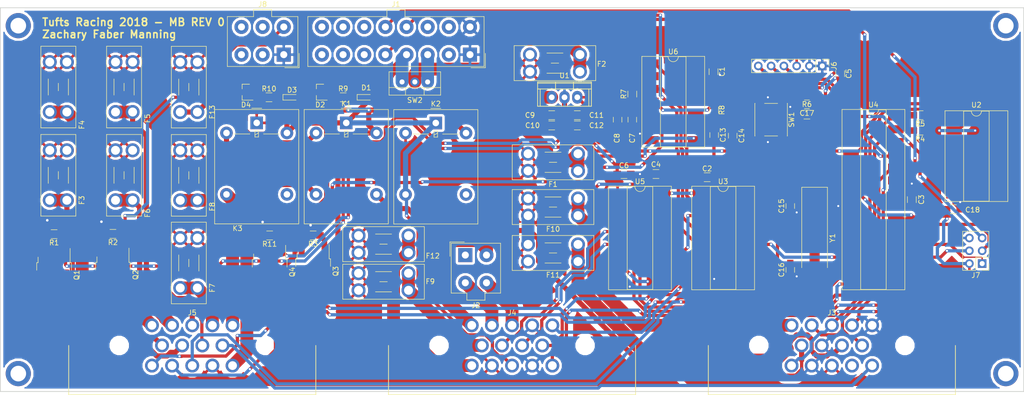
<source format=kicad_pcb>
(kicad_pcb (version 20171130) (host pcbnew "(5.1.9)-1")
  (title_block (comment 1 "NOTE: PCB may not update correctly. Some footprints did not update correctly."))
  (layers (0 F.Cu signal) (31 B.Cu signal) (34 B.Paste user) (35 F.Paste user) (36 B.SilkS user) (37 F.SilkS user) (38 B.Mask user) (39 F.Mask user) (44 Edge.Cuts user))
  (net 0 "")
  (net 1 +5V)
  (net 2 GND)
  (net 3 +12V)
  (net 4 "Net-(C3-Pad1)")
  (net 5 "Net-(C5-Pad1)")
  (net 6 "Net-(D2-Pad2)")
  (net 7 /SCL)
  (net 8 /BRK_SW)
  (net 9 /THR_SW)
  (net 10 "Net-(F11-Pad1)")
  (net 11 /IMD_FLT_12V_LED_H)
  (net 12 /SDA)
  (net 13 "Net-(F10-Pad1)")
  (net 14 /START_INPUT)
  (net 15 /IMD_FLT)
  (net 16 /IMD_RST-)
  (net 17 /SEVCON_FLT)
  (net 18 /SEVCON_REV)
  (net 19 "Net-(F12-Pad1)")
  (net 20 /K3)
  (net 21 /K1)
  (net 22 /K2)
  (net 23 /SEVCON_FWD)
  (net 24 "Net-(F9-Pad1)")
  (net 25 /SD_CKT-)
  (net 26 /BOTS)
  (net 27 /TSMS)
  (net 28 /RTDS-)
  (net 29 "Net-(F13-Pad1)")
  (net 30 "Net-(K1-Pad3)")
  (net 31 "Net-(K2-Pad4)")
  (net 32 "Net-(K3-Pad4)")
  (net 33 "Net-(D4-Pad2)")
  (net 34 /Logic/RTDS)
  (net 35 /FAN_PWM)
  (net 36 /BMS_FLT)
  (net 37 "Net-(D1-Pad1)")
  (net 38 "Net-(D3-Pad1)")
  (net 39 "Net-(F2-Pad1)")
  (net 40 /Logic/RX)
  (net 41 /Logic/TX)
  (net 42 "Net-(J7-Pad1)")
  (net 43 "Net-(J7-Pad3)")
  (net 44 "Net-(J7-Pad4)")
  (net 45 /SignalDelay/A2)
  (net 46 /SignalDelay/A1)
  (net 47 /CHARGER_SD)
  (net 48 /COCKPIT_SW)
  (net 49 /Logic/COCKPIT_SW)
  (net 50 /Logic/BOTS)
  (net 51 /Logic/SEVCON_FLT)
  (net 52 "Net-(U3-Pad13)")
  (net 53 /Logic/SEVCON_REV)
  (net 54 /CONTACT_REQ)
  (net 55 /SOC)
  (net 56 "Net-(U4-Pad26)")
  (net 57 /Logic/TSMS)
  (net 58 "Net-(U5-Pad10)")
  (net 59 /Logic/SEVCON_FWD)
  (net 60 "Net-(U5-Pad11)")
  (net 61 "Net-(U5-Pad13)")
  (net 62 "Net-(U5-Pad14)")
  (net 63 /ShutdownCircuit/BMS_FLT_5V_L)
  (net 64 "Net-(R7-Pad2)")
  (net 65 "Net-(R8-Pad2)")
  (net 66 "Net-(C7-Pad1)")
  (net 67 /ShutdownCircuit/IMD_FLT_5V_L)
  (net 68 /Logic/RST)
  (net 69 /RTDS+)
  (net 70 /BATT_FAN+)
  (net 71 /BRK_LIGHT+)
  (net 72 /RAD_FAN+)
  (net 73 /PUMP+)
  (net 74 /LAP_TIMER+)
  (net 75 /BATT_FAN-)
  (net 76 "Net-(U5-Pad12)")
  (net 77 "Net-(J1-Pad2)")
  (net 78 "Net-(J1-Pad3)")
  (net 79 "Net-(J1-Pad4)")
  (net 80 "Net-(J1-Pad6)")
  (net 81 "Net-(J1-Pad7)")
  (net 82 "Net-(J1-Pad8)")
  (net 83 "Net-(J1-Pad10)")
  (net 84 "Net-(J1-Pad11)")
  (net 85 "Net-(J1-Pad14)")
  (net 86 "Net-(J1-Pad15)")
  (net 87 "Net-(J1-Pad16)")
  (net 88 "Net-(J2-Pad1)")
  (net 89 "Net-(J8-Pad2)")
  (net 90 "Net-(J8-Pad3)")
  (net 91 "Net-(J8-Pad5)")
  (net 92 "Net-(J8-Pad6)")
  (net 93 "Net-(J9-Pad1)")
  (net 94 "Net-(J10-Pad1)")
  (net 95 "Net-(J11-Pad1)")
  (net 96 "Net-(J12-Pad1)")
  (net 97 "Net-(U3-Pad16)")
  (net 98 "Net-(C13-Pad1)")
  (net 99 "Net-(C15-Pad2)")
  (net 100 "Net-(C16-Pad2)")
  (net 101 "Net-(C10-Pad1)")
  (module Housings_DIP:DIP-28_W8.89mm_SMDSocket_LongPads (layer F.Cu) (at 173.355 50.8)
    (fp_text reference U4 (at 0 -18.84) (layer F.SilkS))
    (fp_text value ATMEGA328P-PU)
    (pad 1 smd rect (at -4.445 -16.51) (size 3.1 1.6) (layers F.Cu F.Paste F.Mask) (net 68 /Logic/RST))
    (pad 15 smd rect (at 4.445 16.51) (size 3.1 1.6) (layers F.Cu F.Paste F.Mask) (net 53 /Logic/SEVCON_REV))
    (pad 2 smd rect (at -4.445 -13.97) (size 3.1 1.6) (layers F.Cu F.Paste F.Mask) (net 40 /Logic/RX))
    (pad 16 smd rect (at 4.445 13.97) (size 3.1 1.6) (layers F.Cu F.Paste F.Mask) (net 54 /CONTACT_REQ))
    (pad 3 smd rect (at -4.445 -11.43) (size 3.1 1.6) (layers F.Cu F.Paste F.Mask) (net 41 /Logic/TX))
    (pad 17 smd rect (at 4.445 11.43) (size 3.1 1.6) (layers F.Cu F.Paste F.Mask) (net 44 "Net-(J7-Pad4)"))
    (pad 4 smd rect (at -4.445 -8.89) (size 3.1 1.6) (layers F.Cu F.Paste F.Mask) (net 46 /SignalDelay/A1))
    (pad 18 smd rect (at 4.445 8.89) (size 3.1 1.6) (layers F.Cu F.Paste F.Mask) (net 42 "Net-(J7-Pad1)"))
    (pad 5 smd rect (at -4.445 -6.35) (size 3.1 1.6) (layers F.Cu F.Paste F.Mask) (net 45 /SignalDelay/A2))
    (pad 19 smd rect (at 4.445 6.35) (size 3.1 1.6) (layers F.Cu F.Paste F.Mask) (net 43 "Net-(J7-Pad3)"))
    (pad 6 smd rect (at -4.445 -3.81) (size 3.1 1.6) (layers F.Cu F.Paste F.Mask) (net 51 /Logic/SEVCON_FLT))
    (pad 20 smd rect (at 4.445 3.81) (size 3.1 1.6) (layers F.Cu F.Paste F.Mask) (net 1 +5V))
    (pad 7 smd rect (at -4.445 -1.27) (size 3.1 1.6) (layers F.Cu F.Paste F.Mask) (net 1 +5V))
    (pad 21 smd rect (at 4.445 1.27) (size 3.1 1.6) (layers F.Cu F.Paste F.Mask) (net 4 "Net-(C3-Pad1)"))
    (pad 8 smd rect (at -4.445 1.27) (size 3.1 1.6) (layers F.Cu F.Paste F.Mask) (net 2 GND))
    (pad 22 smd rect (at 4.445 -1.27) (size 3.1 1.6) (layers F.Cu F.Paste F.Mask) (net 2 GND))
    (pad 9 smd rect (at -4.445 3.81) (size 3.1 1.6) (layers F.Cu F.Paste F.Mask) (net 99 "Net-(C15-Pad2)"))
    (pad 23 smd rect (at 4.445 -3.81) (size 3.1 1.6) (layers F.Cu F.Paste F.Mask) (net 55 /SOC))
    (pad 10 smd rect (at -4.445 6.35) (size 3.1 1.6) (layers F.Cu F.Paste F.Mask) (net 100 "Net-(C16-Pad2)"))
    (pad 24 smd rect (at 4.445 -6.35) (size 3.1 1.6) (layers F.Cu F.Paste F.Mask) (net 14 /START_INPUT))
    (pad 11 smd rect (at -4.445 8.89) (size 3.1 1.6) (layers F.Cu F.Paste F.Mask) (net 49 /Logic/COCKPIT_SW))
    (pad 25 smd rect (at 4.445 -8.89) (size 3.1 1.6) (layers F.Cu F.Paste F.Mask) (net 34 /Logic/RTDS))
    (pad 12 smd rect (at -4.445 11.43) (size 3.1 1.6) (layers F.Cu F.Paste F.Mask) (net 50 /Logic/BOTS))
    (pad 26 smd rect (at 4.445 -11.43) (size 3.1 1.6) (layers F.Cu F.Paste F.Mask) (net 56 "Net-(U4-Pad26)"))
    (pad 13 smd rect (at -4.445 13.97) (size 3.1 1.6) (layers F.Cu F.Paste F.Mask) (net 57 /Logic/TSMS))
    (pad 27 smd rect (at 4.445 -13.97) (size 3.1 1.6) (layers F.Cu F.Paste F.Mask) (net 12 /SDA))
    (pad 14 smd rect (at -4.445 16.51) (size 3.1 1.6) (layers F.Cu F.Paste F.Mask) (net 59 /Logic/SEVCON_FWD))
    (pad 28 smd rect (at 4.445 -16.51) (size 3.1 1.6) (layers F.Cu F.Paste F.Mask) (net 7 /SCL))
  )
  (module Relays_THT:Relay_SPDT_OMRON-G5LE-1 (layer F.Cu) (at 86.456 35.584)
    (fp_text reference K2 (at 0 -3.8) (layer F.SilkS))
    (fp_text value IMD_LATCH)
    (pad 1 thru_hole rect (at 0 0) (size 2.5 2.5) (drill 1.3) (layers *.Cu *.Mask) (net 16 /IMD_RST-))
    (pad 2 thru_hole oval (at -6 2) (size 2.5 2.5) (drill 1.3) (layers *.Cu *.Mask) (net 3 +12V))
    (pad 3 thru_hole oval (at -6 14.2) (size 2.5 2.5) (drill 1.3) (layers *.Cu *.Mask) (net 16 /IMD_RST-))
    (pad 4 thru_hole oval (at 6 14.2) (size 2.5 2.5) (drill 1.3) (layers *.Cu *.Mask) (net 31 "Net-(K2-Pad4)"))
    (pad 5 thru_hole oval (at 6 2) (size 2.5 2.5) (drill 1.3) (layers *.Cu *.Mask) (net 6 "Net-(D2-Pad2)"))
  )
  (module Housings_DIP:DIP-14_W8.89mm_SMDSocket_LongPads (layer F.Cu) (at 133.604 31.369)
    (fp_text reference U6 (at 0 -9.95) (layer F.SilkS))
    (fp_text value 74HC14)
    (pad 1 smd rect (at -4.445 -7.62) (size 3.1 1.6) (layers F.Cu F.Paste F.Mask) (net 46 /SignalDelay/A1))
    (pad 8 smd rect (at 4.445 7.62) (size 3.1 1.6) (layers F.Cu F.Paste F.Mask) (net 63 /ShutdownCircuit/BMS_FLT_5V_L))
    (pad 2 smd rect (at -4.445 -5.08) (size 3.1 1.6) (layers F.Cu F.Paste F.Mask) (net 64 "Net-(R7-Pad2)"))
    (pad 9 smd rect (at 4.445 5.08) (size 3.1 1.6) (layers F.Cu F.Paste F.Mask) (net 98 "Net-(C13-Pad1)"))
    (pad 3 smd rect (at -4.445 -2.54) (size 3.1 1.6) (layers F.Cu F.Paste F.Mask) (net 45 /SignalDelay/A2))
    (pad 10 smd rect (at 4.445 2.54) (size 3.1 1.6) (layers F.Cu F.Paste F.Mask))
    (pad 4 smd rect (at -4.445 0) (size 3.1 1.6) (layers F.Cu F.Paste F.Mask) (net 65 "Net-(R8-Pad2)"))
    (pad 11 smd rect (at 4.445 0) (size 3.1 1.6) (layers F.Cu F.Paste F.Mask))
    (pad 5 smd rect (at -4.445 2.54) (size 3.1 1.6) (layers F.Cu F.Paste F.Mask) (net 66 "Net-(C7-Pad1)"))
    (pad 12 smd rect (at 4.445 -2.54) (size 3.1 1.6) (layers F.Cu F.Paste F.Mask))
    (pad 6 smd rect (at -4.445 5.08) (size 3.1 1.6) (layers F.Cu F.Paste F.Mask) (net 67 /ShutdownCircuit/IMD_FLT_5V_L))
    (pad 13 smd rect (at 4.445 -5.08) (size 3.1 1.6) (layers F.Cu F.Paste F.Mask))
    (pad 7 smd rect (at -4.445 7.62) (size 3.1 1.6) (layers F.Cu F.Paste F.Mask) (net 2 GND))
    (pad 14 smd rect (at 4.445 -7.62) (size 3.1 1.6) (layers F.Cu F.Paste F.Mask) (net 1 +5V))
  )
  (module Fuse_Holders_and_Fuses:BladeFuse-Mini_Keystone_3568 (layer F.Cu) (at 35.716 68.34 90)
    (fp_text reference F7 (at 0 6.35 90) (layer F.SilkS))
    (fp_text value PUMP_FUSE)
    (pad 1 thru_hole circle (at 0 0 90) (size 2.78 2.78) (drill 1.78) (layers *.Cu *.Mask) (net 73 /PUMP+))
    (pad 1 thru_hole circle (at 0 3.4 90) (size 2.78 2.78) (drill 1.78) (layers *.Cu *.Mask) (net 73 /PUMP+))
    (pad 2 thru_hole circle (at 9.92 0 90) (size 2.78 2.78) (drill 1.78) (layers *.Cu *.Mask) (net 3 +12V))
    (pad 2 thru_hole circle (at 9.92 3.4 90) (size 2.78 2.78) (drill 1.78) (layers *.Cu *.Mask) (net 3 +12V))
  )
  (module Fuse_Holders_and_Fuses:BladeFuse-Mini_Keystone_3568 (layer F.Cu) (at 22.86 50.927 90)
    (fp_text reference F6 (at -2.54 6.35 90) (layer F.SilkS))
    (fp_text value RADIATOR_FAN_FUSE)
    (pad 1 thru_hole circle (at 0 0 90) (size 2.78 2.78) (drill 1.78) (layers *.Cu *.Mask) (net 72 /RAD_FAN+))
    (pad 1 thru_hole circle (at 0 3.4 90) (size 2.78 2.78) (drill 1.78) (layers *.Cu *.Mask) (net 72 /RAD_FAN+))
    (pad 2 thru_hole circle (at 9.92 0 90) (size 2.78 2.78) (drill 1.78) (layers *.Cu *.Mask) (net 3 +12V))
    (pad 2 thru_hole circle (at 9.92 3.4 90) (size 2.78 2.78) (drill 1.78) (layers *.Cu *.Mask) (net 3 +12V))
  )
  (module Relays_THT:Relay_SPDT_OMRON-G5LE-1 (layer F.Cu) (at 68.676 35.56)
    (fp_text reference K1 (at 0 -3.8) (layer F.SilkS))
    (fp_text value IMD_RELAY)
    (pad 1 thru_hole rect (at 0 0) (size 2.5 2.5) (drill 1.3) (layers *.Cu *.Mask) (net 16 /IMD_RST-))
    (pad 2 thru_hole oval (at -6 2) (size 2.5 2.5) (drill 1.3) (layers *.Cu *.Mask) (net 29 "Net-(F13-Pad1)"))
    (pad 3 thru_hole oval (at -6 14.2) (size 2.5 2.5) (drill 1.3) (layers *.Cu *.Mask) (net 30 "Net-(K1-Pad3)"))
    (pad 4 thru_hole oval (at 6 14.2) (size 2.5 2.5) (drill 1.3) (layers *.Cu *.Mask) (net 11 /IMD_FLT_12V_LED_H))
    (pad 5 thru_hole oval (at 6 2) (size 2.5 2.5) (drill 1.3) (layers *.Cu *.Mask) (net 6 "Net-(D2-Pad2)"))
  )
  (module Relays_THT:Relay_SPDT_OMRON-G5LE-1 (layer F.Cu) (at 50.896 35.56)
    (fp_text reference K3 (at -3.81 20.955) (layer F.SilkS))
    (fp_text value BMS_RELAY)
    (pad 1 thru_hole rect (at 0 0) (size 2.5 2.5) (drill 1.3) (layers *.Cu *.Mask) (net 3 +12V))
    (pad 2 thru_hole oval (at -6 2) (size 2.5 2.5) (drill 1.3) (layers *.Cu *.Mask) (net 30 "Net-(K1-Pad3)"))
    (pad 3 thru_hole oval (at -6 14.2) (size 2.5 2.5) (drill 1.3) (layers *.Cu *.Mask) (net 25 /SD_CKT-))
    (pad 4 thru_hole oval (at 6 14.2) (size 2.5 2.5) (drill 1.3) (layers *.Cu *.Mask) (net 32 "Net-(K3-Pad4)"))
    (pad 5 thru_hole oval (at 6 2) (size 2.5 2.5) (drill 1.3) (layers *.Cu *.Mask) (net 33 "Net-(D4-Pad2)"))
  )
  (module Diodes_SMD:D_SOT-23_ANK (layer F.Cu) (at 48.768 29.464 180)
    (fp_text reference D4 (at 0 -2.5 180) (layer F.SilkS))
    (fp_text value BMS_FLYBACK)
    (pad 2 smd rect (at -1 -0.95 180) (size 0.9 0.8) (layers F.Cu F.Paste F.Mask) (net 33 "Net-(D4-Pad2)"))
    (pad "" smd rect (at -1 0.95 180) (size 0.9 0.8) (layers F.Cu F.Paste F.Mask))
    (pad 1 smd rect (at 1 0 180) (size 0.9 0.8) (layers F.Cu F.Paste F.Mask) (net 3 +12V))
  )
  (module Fuse_Holders_and_Fuses:BladeFuse-Mini_Keystone_3568 (layer F.Cu) (at 114.695 45.085 180)
    (fp_text reference F1 (at 4.96 -2.67 180) (layer F.SilkS))
    (fp_text value 5V_FUSE)
    (pad 1 thru_hole circle (at 0 0 180) (size 2.78 2.78) (drill 1.78) (layers *.Cu *.Mask) (net 101 "Net-(C10-Pad1)"))
    (pad 1 thru_hole circle (at 0 3.4 180) (size 2.78 2.78) (drill 1.78) (layers *.Cu *.Mask) (net 101 "Net-(C10-Pad1)"))
    (pad 2 thru_hole circle (at 9.92 0 180) (size 2.78 2.78) (drill 1.78) (layers *.Cu *.Mask) (net 3 +12V))
    (pad 2 thru_hole circle (at 9.92 3.4 180) (size 2.78 2.78) (drill 1.78) (layers *.Cu *.Mask) (net 3 +12V))
  )
  (module Fuse_Holders_and_Fuses:BladeFuse-Mini_Keystone_3568 (layer F.Cu) (at 115.076 25.4 180)
    (fp_text reference F2 (at -4.304 1.524 180) (layer F.SilkS))
    (fp_text value BMS_FUSE)
    (pad 1 thru_hole circle (at 0 0 180) (size 2.78 2.78) (drill 1.78) (layers *.Cu *.Mask) (net 39 "Net-(F2-Pad1)"))
    (pad 1 thru_hole circle (at 0 3.4 180) (size 2.78 2.78) (drill 1.78) (layers *.Cu *.Mask) (net 39 "Net-(F2-Pad1)"))
    (pad 2 thru_hole circle (at 9.92 0 180) (size 2.78 2.78) (drill 1.78) (layers *.Cu *.Mask) (net 3 +12V))
    (pad 2 thru_hole circle (at 9.92 3.4 180) (size 2.78 2.78) (drill 1.78) (layers *.Cu *.Mask) (net 3 +12V))
  )
  (module Fuse_Holders_and_Fuses:BladeFuse-Mini_Keystone_3568 (layer F.Cu) (at 9.808 50.927 90)
    (fp_text reference F3 (at 0 6.35 90) (layer F.SilkS))
    (fp_text value RTDS_FUSE)
    (pad 1 thru_hole circle (at 0 0 90) (size 2.78 2.78) (drill 1.78) (layers *.Cu *.Mask) (net 69 /RTDS+))
    (pad 1 thru_hole circle (at 0 3.4 90) (size 2.78 2.78) (drill 1.78) (layers *.Cu *.Mask) (net 69 /RTDS+))
    (pad 2 thru_hole circle (at 9.92 0 90) (size 2.78 2.78) (drill 1.78) (layers *.Cu *.Mask) (net 3 +12V))
    (pad 2 thru_hole circle (at 9.92 3.4 90) (size 2.78 2.78) (drill 1.78) (layers *.Cu *.Mask) (net 3 +12V))
  )
  (module Fuse_Holders_and_Fuses:BladeFuse-Mini_Keystone_3568 (layer F.Cu) (at 9.808 33.401 90)
    (fp_text reference F4 (at -2.54 6.35 90) (layer F.SilkS))
    (fp_text value BATTERY_FAN_FUSE)
    (pad 1 thru_hole circle (at 0 0 90) (size 2.78 2.78) (drill 1.78) (layers *.Cu *.Mask) (net 70 /BATT_FAN+))
    (pad 1 thru_hole circle (at 0 3.4 90) (size 2.78 2.78) (drill 1.78) (layers *.Cu *.Mask) (net 70 /BATT_FAN+))
    (pad 2 thru_hole circle (at 9.92 0 90) (size 2.78 2.78) (drill 1.78) (layers *.Cu *.Mask) (net 3 +12V))
    (pad 2 thru_hole circle (at 9.92 3.4 90) (size 2.78 2.78) (drill 1.78) (layers *.Cu *.Mask) (net 3 +12V))
  )
  (module Fuse_Holders_and_Fuses:BladeFuse-Mini_Keystone_3568 (layer F.Cu) (at 22.86 33.401 90)
    (fp_text reference F5 (at -1.27 6.35 90) (layer F.SilkS))
    (fp_text value BRK_LIGHT_FUSE)
    (pad 1 thru_hole circle (at 0 0 90) (size 2.78 2.78) (drill 1.78) (layers *.Cu *.Mask) (net 71 /BRK_LIGHT+))
    (pad 1 thru_hole circle (at 0 3.4 90) (size 2.78 2.78) (drill 1.78) (layers *.Cu *.Mask) (net 71 /BRK_LIGHT+))
    (pad 2 thru_hole circle (at 9.92 0 90) (size 2.78 2.78) (drill 1.78) (layers *.Cu *.Mask) (net 3 +12V))
    (pad 2 thru_hole circle (at 9.92 3.4 90) (size 2.78 2.78) (drill 1.78) (layers *.Cu *.Mask) (net 3 +12V))
  )
  (module Fuse_Holders_and_Fuses:BladeFuse-Mini_Keystone_3568 (layer F.Cu) (at 35.716 50.941 90)
    (fp_text reference F8 (at -1.27 6.35 90) (layer F.SilkS))
    (fp_text value LAP_TIMER_FUSE)
    (pad 1 thru_hole circle (at 0 0 90) (size 2.78 2.78) (drill 1.78) (layers *.Cu *.Mask) (net 74 /LAP_TIMER+))
    (pad 1 thru_hole circle (at 0 3.4 90) (size 2.78 2.78) (drill 1.78) (layers *.Cu *.Mask) (net 74 /LAP_TIMER+))
    (pad 2 thru_hole circle (at 9.92 0 90) (size 2.78 2.78) (drill 1.78) (layers *.Cu *.Mask) (net 3 +12V))
    (pad 2 thru_hole circle (at 9.92 3.4 90) (size 2.78 2.78) (drill 1.78) (layers *.Cu *.Mask) (net 3 +12V))
  )
  (module Fuse_Holders_and_Fuses:BladeFuse-Mini_Keystone_3568 (layer F.Cu) (at 81.04 68.805 180)
    (fp_text reference F9 (at -4.304 1.749 180) (layer F.SilkS))
    (fp_text value SEVCON_FUSE)
    (pad 1 thru_hole circle (at 0 0 180) (size 2.78 2.78) (drill 1.78) (layers *.Cu *.Mask) (net 24 "Net-(F9-Pad1)"))
    (pad 1 thru_hole circle (at 0 3.4 180) (size 2.78 2.78) (drill 1.78) (layers *.Cu *.Mask) (net 24 "Net-(F9-Pad1)"))
    (pad 2 thru_hole circle (at 9.92 0 180) (size 2.78 2.78) (drill 1.78) (layers *.Cu *.Mask) (net 3 +12V))
    (pad 2 thru_hole circle (at 9.92 3.4 180) (size 2.78 2.78) (drill 1.78) (layers *.Cu *.Mask) (net 3 +12V))
  )
  (module Fuse_Holders_and_Fuses:BladeFuse-Mini_Keystone_3568 (layer F.Cu) (at 114.695 53.975 180)
    (fp_text reference F10 (at 4.96 -2.67 180) (layer F.SilkS))
    (fp_text value WHEEL_FUSE)
    (pad 1 thru_hole circle (at 0 0 180) (size 2.78 2.78) (drill 1.78) (layers *.Cu *.Mask) (net 13 "Net-(F10-Pad1)"))
    (pad 1 thru_hole circle (at 0 3.4 180) (size 2.78 2.78) (drill 1.78) (layers *.Cu *.Mask) (net 13 "Net-(F10-Pad1)"))
    (pad 2 thru_hole circle (at 9.92 0 180) (size 2.78 2.78) (drill 1.78) (layers *.Cu *.Mask) (net 3 +12V))
    (pad 2 thru_hole circle (at 9.92 3.4 180) (size 2.78 2.78) (drill 1.78) (layers *.Cu *.Mask) (net 3 +12V))
  )
  (module Fuse_Holders_and_Fuses:BladeFuse-Mini_Keystone_3568 (layer F.Cu) (at 114.695 63.09 180)
    (fp_text reference F11 (at 4.96 -2.67 180) (layer F.SilkS))
    (fp_text value DAQ_FUSE)
    (pad 1 thru_hole circle (at 0 0 180) (size 2.78 2.78) (drill 1.78) (layers *.Cu *.Mask) (net 10 "Net-(F11-Pad1)"))
    (pad 1 thru_hole circle (at 0 3.4 180) (size 2.78 2.78) (drill 1.78) (layers *.Cu *.Mask) (net 10 "Net-(F11-Pad1)"))
    (pad 2 thru_hole circle (at 9.92 0 180) (size 2.78 2.78) (drill 1.78) (layers *.Cu *.Mask) (net 3 +12V))
    (pad 2 thru_hole circle (at 9.92 3.4 180) (size 2.78 2.78) (drill 1.78) (layers *.Cu *.Mask) (net 3 +12V))
  )
  (module Fuse_Holders_and_Fuses:BladeFuse-Mini_Keystone_3568 (layer F.Cu) (at 81.04 61.341 180)
    (fp_text reference F12 (at -4.812 -0.635 180) (layer F.SilkS))
    (fp_text value IMD_FUSE)
    (pad 1 thru_hole circle (at 0 0 180) (size 2.78 2.78) (drill 1.78) (layers *.Cu *.Mask) (net 19 "Net-(F12-Pad1)"))
    (pad 1 thru_hole circle (at 0 3.4 180) (size 2.78 2.78) (drill 1.78) (layers *.Cu *.Mask) (net 19 "Net-(F12-Pad1)"))
    (pad 2 thru_hole circle (at 9.92 0 180) (size 2.78 2.78) (drill 1.78) (layers *.Cu *.Mask) (net 3 +12V))
    (pad 2 thru_hole circle (at 9.92 3.4 180) (size 2.78 2.78) (drill 1.78) (layers *.Cu *.Mask) (net 3 +12V))
  )
  (module Fuse_Holders_and_Fuses:BladeFuse-Mini_Keystone_3568 (layer F.Cu) (at 35.716 33.415 90)
    (fp_text reference F13 (at 0 6.35 90) (layer F.SilkS))
    (fp_text value SD_FUSE)
    (pad 1 thru_hole circle (at 0 0 90) (size 2.78 2.78) (drill 1.78) (layers *.Cu *.Mask) (net 29 "Net-(F13-Pad1)"))
    (pad 1 thru_hole circle (at 0 3.4 90) (size 2.78 2.78) (drill 1.78) (layers *.Cu *.Mask) (net 29 "Net-(F13-Pad1)"))
    (pad 2 thru_hole circle (at 9.92 0 90) (size 2.78 2.78) (drill 1.78) (layers *.Cu *.Mask) (net 3 +12V))
    (pad 2 thru_hole circle (at 9.92 3.4 90) (size 2.78 2.78) (drill 1.78) (layers *.Cu *.Mask) (net 3 +12V))
  )
  (module Pin_Headers:Pin_Header_Straight_1x06_Pitch2.54mm (layer F.Cu) (at 163.195 24.257 270)
    (fp_text reference J6 (at 0 -2.33 270) (layer F.SilkS))
    (fp_text value FTDI)
    (pad 1 thru_hole rect (at 0 0 270) (size 1.7 1.7) (drill 1) (layers *.Cu *.Mask) (net 2 GND))
    (pad 2 thru_hole oval (at 0 2.54 270) (size 1.7 1.7) (drill 1) (layers *.Cu *.Mask) (net 2 GND))
    (pad 3 thru_hole oval (at 0 5.08 270) (size 1.7 1.7) (drill 1) (layers *.Cu *.Mask) (net 1 +5V))
    (pad 4 thru_hole oval (at 0 7.62 270) (size 1.7 1.7) (drill 1) (layers *.Cu *.Mask) (net 40 /Logic/RX))
    (pad 5 thru_hole oval (at 0 10.16 270) (size 1.7 1.7) (drill 1) (layers *.Cu *.Mask) (net 41 /Logic/TX))
    (pad 6 thru_hole oval (at 0 12.7 270) (size 1.7 1.7) (drill 1) (layers *.Cu *.Mask) (net 5 "Net-(C5-Pad1)"))
  )
  (module Pin_Headers:Pin_Header_Straight_2x03_Pitch2.54mm (layer F.Cu) (at 194.945 63.5 180)
    (fp_text reference J7 (at 1.27 -2.33 180) (layer F.SilkS))
    (fp_text value ICSP)
    (pad 1 thru_hole rect (at 0 0 180) (size 1.7 1.7) (drill 1) (layers *.Cu *.Mask) (net 42 "Net-(J7-Pad1)"))
    (pad 2 thru_hole oval (at 2.54 0 180) (size 1.7 1.7) (drill 1) (layers *.Cu *.Mask) (net 1 +5V))
    (pad 3 thru_hole oval (at 0 2.54 180) (size 1.7 1.7) (drill 1) (layers *.Cu *.Mask) (net 43 "Net-(J7-Pad3)"))
    (pad 4 thru_hole oval (at 2.54 2.54 180) (size 1.7 1.7) (drill 1) (layers *.Cu *.Mask) (net 44 "Net-(J7-Pad4)"))
    (pad 5 thru_hole oval (at 0 5.08 180) (size 1.7 1.7) (drill 1) (layers *.Cu *.Mask) (net 68 /Logic/RST))
    (pad 6 thru_hole oval (at 2.54 5.08 180) (size 1.7 1.7) (drill 1) (layers *.Cu *.Mask) (net 2 GND))
  )
  (module Buttons_Switches_SMD:SW_SPST_PTS645 (layer F.Cu) (at 153.035 34.925 270)
    (fp_text reference SW1 (at 0 -4.05 270) (layer F.SilkS))
    (fp_text value SW_Push)
    (pad 2 smd rect (at -3.98 2.25 270) (size 1.55 1.3) (layers F.Cu F.Paste F.Mask) (net 2 GND))
    (pad 1 smd rect (at -3.98 -2.25 270) (size 1.55 1.3) (layers F.Cu F.Paste F.Mask) (net 68 /Logic/RST))
    (pad 1 smd rect (at 3.98 -2.25 270) (size 1.55 1.3) (layers F.Cu F.Paste F.Mask) (net 68 /Logic/RST))
    (pad 2 smd rect (at 3.98 2.25 270) (size 1.55 1.3) (layers F.Cu F.Paste F.Mask) (net 2 GND))
  )
  (module Power_Integrations:TO-220 (layer F.Cu) (at 112.014 30.48)
    (fp_text reference U1 (at 0 -4.318) (layer F.SilkS))
    (fp_text value LM7805_TO220)
    (pad 2 thru_hole oval (at 0 0) (size 2.032 2.54) (drill 1.143) (layers *.Cu *.Mask) (net 2 GND))
    (pad 3 thru_hole oval (at 2.54 0) (size 2.032 2.54) (drill 1.143) (layers *.Cu *.Mask) (net 1 +5V))
    (pad 1 thru_hole oval (at -2.54 0) (size 2.032 2.54) (drill 1.143) (layers *.Cu *.Mask) (net 101 "Net-(C10-Pad1)"))
  )
  (module Housings_DIP:DIP-14_W8.89mm_SMDSocket_LongPads (layer F.Cu) (at 193.802 42.164)
    (fp_text reference U2 (at 0 -10.16) (layer F.SilkS))
    (fp_text value 74HC00)
    (pad 1 smd rect (at -4.445 -7.62) (size 3.1 1.6) (layers F.Cu F.Paste F.Mask) (net 45 /SignalDelay/A2))
    (pad 8 smd rect (at 4.445 7.62) (size 3.1 1.6) (layers F.Cu F.Paste F.Mask))
    (pad 2 smd rect (at -4.445 -5.08) (size 3.1 1.6) (layers F.Cu F.Paste F.Mask) (net 46 /SignalDelay/A1))
    (pad 9 smd rect (at 4.445 5.08) (size 3.1 1.6) (layers F.Cu F.Paste F.Mask))
    (pad 3 smd rect (at -4.445 -2.54) (size 3.1 1.6) (layers F.Cu F.Paste F.Mask) (net 47 /CHARGER_SD))
    (pad 10 smd rect (at 4.445 2.54) (size 3.1 1.6) (layers F.Cu F.Paste F.Mask))
    (pad 4 smd rect (at -4.445 0) (size 3.1 1.6) (layers F.Cu F.Paste F.Mask))
    (pad 11 smd rect (at 4.445 0) (size 3.1 1.6) (layers F.Cu F.Paste F.Mask))
    (pad 5 smd rect (at -4.445 2.54) (size 3.1 1.6) (layers F.Cu F.Paste F.Mask))
    (pad 12 smd rect (at 4.445 -2.54) (size 3.1 1.6) (layers F.Cu F.Paste F.Mask))
    (pad 6 smd rect (at -4.445 5.08) (size 3.1 1.6) (layers F.Cu F.Paste F.Mask))
    (pad 13 smd rect (at 4.445 -5.08) (size 3.1 1.6) (layers F.Cu F.Paste F.Mask))
    (pad 7 smd rect (at -4.445 7.62) (size 3.1 1.6) (layers F.Cu F.Paste F.Mask) (net 2 GND))
    (pad 14 smd rect (at 4.445 -7.62) (size 3.1 1.6) (layers F.Cu F.Paste F.Mask) (net 1 +5V))
  )
  (module Housings_DIP:DIP-16_W8.89mm_SMDSocket_LongPads (layer F.Cu) (at 127 58.42)
    (fp_text reference U5 (at 0 -11.22) (layer F.SilkS))
    (fp_text value CD40109)
    (pad 1 smd rect (at -4.445 -8.89) (size 3.1 1.6) (layers F.Cu F.Paste F.Mask) (net 1 +5V))
    (pad 9 smd rect (at 4.445 8.89) (size 3.1 1.6) (layers F.Cu F.Paste F.Mask) (net 1 +5V))
    (pad 2 smd rect (at -4.445 -6.35) (size 3.1 1.6) (layers F.Cu F.Paste F.Mask) (net 1 +5V))
    (pad 10 smd rect (at 4.445 6.35) (size 3.1 1.6) (layers F.Cu F.Paste F.Mask) (net 58 "Net-(U5-Pad10)"))
    (pad 3 smd rect (at -4.445 -3.81) (size 3.1 1.6) (layers F.Cu F.Paste F.Mask) (net 59 /Logic/SEVCON_FWD))
    (pad 11 smd rect (at 4.445 3.81) (size 3.1 1.6) (layers F.Cu F.Paste F.Mask) (net 60 "Net-(U5-Pad11)"))
    (pad 4 smd rect (at -4.445 -1.27) (size 3.1 1.6) (layers F.Cu F.Paste F.Mask) (net 23 /SEVCON_FWD))
    (pad 12 smd rect (at 4.445 1.27) (size 3.1 1.6) (layers F.Cu F.Paste F.Mask) (net 76 "Net-(U5-Pad12)"))
    (pad 5 smd rect (at -4.445 1.27) (size 3.1 1.6) (layers F.Cu F.Paste F.Mask) (net 18 /SEVCON_REV))
    (pad 13 smd rect (at 4.445 -1.27) (size 3.1 1.6) (layers F.Cu F.Paste F.Mask) (net 61 "Net-(U5-Pad13)"))
    (pad 6 smd rect (at -4.445 3.81) (size 3.1 1.6) (layers F.Cu F.Paste F.Mask) (net 53 /Logic/SEVCON_REV))
    (pad 14 smd rect (at 4.445 -3.81) (size 3.1 1.6) (layers F.Cu F.Paste F.Mask) (net 62 "Net-(U5-Pad14)"))
    (pad 7 smd rect (at -4.445 6.35) (size 3.1 1.6) (layers F.Cu F.Paste F.Mask) (net 1 +5V))
    (pad 15 smd rect (at 4.445 -6.35) (size 3.1 1.6) (layers F.Cu F.Paste F.Mask) (net 1 +5V))
    (pad 8 smd rect (at -4.445 8.89) (size 3.1 1.6) (layers F.Cu F.Paste F.Mask) (net 2 GND))
    (pad 16 smd rect (at 4.445 -8.89) (size 3.1 1.6) (layers F.Cu F.Paste F.Mask) (net 3 +12V))
  )
  (module Diodes_SMD:D_SOT-23_ANK (layer F.Cu) (at 63.5 29.464 180)
    (fp_text reference D2 (at 0 -2.5 180) (layer F.SilkS))
    (fp_text value IMD_FLYBACK)
    (pad 2 smd rect (at -1 -0.95 180) (size 0.9 0.8) (layers F.Cu F.Paste F.Mask) (net 6 "Net-(D2-Pad2)"))
    (pad "" smd rect (at -1 0.95 180) (size 0.9 0.8) (layers F.Cu F.Paste F.Mask))
    (pad 1 smd rect (at 1 0 180) (size 0.9 0.8) (layers F.Cu F.Paste F.Mask) (net 16 /IMD_RST-))
  )
  (module LEDs:LED_0603_HandSoldering (layer F.Cu) (at 72.644 30.48)
    (fp_text reference D1 (at 0 -1.905) (layer F.SilkS))
    (fp_text value IMD_OK)
    (pad 1 smd rect (at -1.1 0) (size 1.2 0.9) (layers F.Cu F.Paste F.Mask) (net 37 "Net-(D1-Pad1)"))
    (pad 2 smd rect (at 1.1 0) (size 1.2 0.9) (layers F.Cu F.Paste F.Mask) (net 16 /IMD_RST-))
  )
  (module LEDs:LED_0603_HandSoldering (layer F.Cu) (at 57.912 30.48)
    (fp_text reference D3 (at 0 -1.45) (layer F.SilkS))
    (fp_text value BMS_OK)
    (pad 1 smd rect (at -1.1 0) (size 1.2 0.9) (layers F.Cu F.Paste F.Mask) (net 38 "Net-(D3-Pad1)"))
    (pad 2 smd rect (at 1.1 0) (size 1.2 0.9) (layers F.Cu F.Paste F.Mask) (net 3 +12V))
  )
  (module Connectors_Molex:Molex_MiniFit-JR-5556-16A_2x08x4.20mm_Straight (layer F.Cu) (at 93.245 22.01 180)
    (fp_text reference J1 (at 14.7 10 180) (layer F.SilkS))
    (fp_text value Conn_01x16_Male)
    (pad 1 thru_hole rect (at 0 0 180) (size 2.8 2.8) (drill 1.4) (layers *.Cu *.Mask) (net 2 GND))
    (pad 2 thru_hole circle (at 4.2 0 180) (size 2.8 2.8) (drill 1.4) (layers *.Cu *.Mask) (net 77 "Net-(J1-Pad2)"))
    (pad 3 thru_hole circle (at 8.4 0 180) (size 2.8 2.8) (drill 1.4) (layers *.Cu *.Mask) (net 78 "Net-(J1-Pad3)"))
    (pad 4 thru_hole circle (at 12.6 0 180) (size 2.8 2.8) (drill 1.4) (layers *.Cu *.Mask) (net 79 "Net-(J1-Pad4)"))
    (pad 5 thru_hole circle (at 16.8 0 180) (size 2.8 2.8) (drill 1.4) (layers *.Cu *.Mask) (net 54 /CONTACT_REQ))
    (pad 6 thru_hole circle (at 21 0 180) (size 2.8 2.8) (drill 1.4) (layers *.Cu *.Mask) (net 80 "Net-(J1-Pad6)"))
    (pad 7 thru_hole circle (at 25.2 0 180) (size 2.8 2.8) (drill 1.4) (layers *.Cu *.Mask) (net 81 "Net-(J1-Pad7)"))
    (pad 8 thru_hole circle (at 29.4 0 180) (size 2.8 2.8) (drill 1.4) (layers *.Cu *.Mask) (net 82 "Net-(J1-Pad8)"))
    (pad 9 thru_hole circle (at 0 5.5 180) (size 2.8 2.8) (drill 1.4) (layers *.Cu *.Mask) (net 2 GND))
    (pad 10 thru_hole circle (at 4.2 5.5 180) (size 2.8 2.8) (drill 1.4) (layers *.Cu *.Mask) (net 83 "Net-(J1-Pad10)"))
    (pad 11 thru_hole circle (at 8.4 5.5 180) (size 2.8 2.8) (drill 1.4) (layers *.Cu *.Mask) (net 84 "Net-(J1-Pad11)"))
    (pad 12 thru_hole circle (at 12.6 5.5 180) (size 2.8 2.8) (drill 1.4) (layers *.Cu *.Mask) (net 36 /BMS_FLT))
    (pad 13 thru_hole circle (at 16.8 5.5 180) (size 2.8 2.8) (drill 1.4) (layers *.Cu *.Mask) (net 55 /SOC))
    (pad 14 thru_hole circle (at 21 5.5 180) (size 2.8 2.8) (drill 1.4) (layers *.Cu *.Mask) (net 85 "Net-(J1-Pad14)"))
    (pad 15 thru_hole circle (at 25.2 5.5 180) (size 2.8 2.8) (drill 1.4) (layers *.Cu *.Mask) (net 86 "Net-(J1-Pad15)"))
    (pad 16 thru_hole circle (at 29.4 5.5 180) (size 2.8 2.8) (drill 1.4) (layers *.Cu *.Mask) (net 87 "Net-(J1-Pad16)"))
  )
  (module Connectors_Molex:Molex_MiniFit-JR-5556-04A_2x02x4.20mm_Straight (layer F.Cu) (at 92.32 61.81)
    (fp_text reference J2 (at 2.1 10) (layer F.SilkS))
    (fp_text value Conn_01x04_Male)
    (pad 1 thru_hole rect (at 0 0) (size 2.8 2.8) (drill 1.4) (layers *.Cu *.Mask) (net 88 "Net-(J2-Pad1)"))
    (pad 2 thru_hole circle (at 4.2 0) (size 2.8 2.8) (drill 1.4) (layers *.Cu *.Mask) (net 21 /K1))
    (pad 3 thru_hole circle (at 0 5.5) (size 2.8 2.8) (drill 1.4) (layers *.Cu *.Mask) (net 22 /K2))
    (pad 4 thru_hole circle (at 4.2 5.5) (size 2.8 2.8) (drill 1.4) (layers *.Cu *.Mask) (net 20 /K3))
  )
  (module Connectors_Molex:Molex_MiniFit-JR-5556-06A_2x03x4.20mm_Straight (layer F.Cu) (at 56.27 22.01 180)
    (fp_text reference J8 (at 4.2 10 180) (layer F.SilkS))
    (fp_text value Conn_01x06_Male)
    (pad 1 thru_hole rect (at 0 0 180) (size 2.8 2.8) (drill 1.4) (layers *.Cu *.Mask) (net 2 GND))
    (pad 2 thru_hole circle (at 4.2 0 180) (size 2.8 2.8) (drill 1.4) (layers *.Cu *.Mask) (net 89 "Net-(J8-Pad2)"))
    (pad 3 thru_hole circle (at 8.4 0 180) (size 2.8 2.8) (drill 1.4) (layers *.Cu *.Mask) (net 90 "Net-(J8-Pad3)"))
    (pad 4 thru_hole circle (at 0 5.5 180) (size 2.8 2.8) (drill 1.4) (layers *.Cu *.Mask) (net 35 /FAN_PWM))
    (pad 5 thru_hole circle (at 4.2 5.5 180) (size 2.8 2.8) (drill 1.4) (layers *.Cu *.Mask) (net 91 "Net-(J8-Pad5)"))
    (pad 6 thru_hole circle (at 8.4 5.5 180) (size 2.8 2.8) (drill 1.4) (layers *.Cu *.Mask) (net 92 "Net-(J8-Pad6)"))
  )
  (module Resistors_SMD:R_0805_HandSoldering (layer F.Cu) (at 109.474 34.036)
    (fp_text reference C9 (at -4.318 0) (layer F.SilkS))
    (fp_text value C)
    (pad 1 smd rect (at -1.35 0) (size 1.5 1.3) (layers F.Cu F.Paste F.Mask) (net 101 "Net-(C10-Pad1)"))
    (pad 2 smd rect (at 1.35 0) (size 1.5 1.3) (layers F.Cu F.Paste F.Mask) (net 2 GND))
  )
  (module Resistors_SMD:R_0805_HandSoldering (layer F.Cu) (at 109.474 36.068)
    (fp_text reference C10 (at -3.81 0) (layer F.SilkS))
    (fp_text value C)
    (pad 1 smd rect (at -1.35 0) (size 1.5 1.3) (layers F.Cu F.Paste F.Mask) (net 101 "Net-(C10-Pad1)"))
    (pad 2 smd rect (at 1.35 0) (size 1.5 1.3) (layers F.Cu F.Paste F.Mask) (net 2 GND))
  )
  (module Resistors_SMD:R_0805_HandSoldering (layer F.Cu) (at 114.554 34.036 180)
    (fp_text reference C11 (at -3.81 0 180) (layer F.SilkS))
    (fp_text value C)
    (pad 1 smd rect (at -1.35 0 180) (size 1.5 1.3) (layers F.Cu F.Paste F.Mask) (net 1 +5V))
    (pad 2 smd rect (at 1.35 0 180) (size 1.5 1.3) (layers F.Cu F.Paste F.Mask) (net 2 GND))
  )
  (module Resistors_SMD:R_0805_HandSoldering (layer F.Cu) (at 114.554 36.068 180)
    (fp_text reference C12 (at -3.81 0 180) (layer F.SilkS))
    (fp_text value C)
    (pad 1 smd rect (at -1.35 0 180) (size 1.5 1.3) (layers F.Cu F.Paste F.Mask) (net 1 +5V))
    (pad 2 smd rect (at 1.35 0 180) (size 1.5 1.3) (layers F.Cu F.Paste F.Mask) (net 2 GND))
  )
  (module TuftsRacing2018:MountingPadM3 (layer F.Cu) (at 3.556 85.344)
    (fp_text reference J9 (at 0 0.5) (layer F.SilkS))
    (fp_text value Conn_01x01)
    (pad 1 thru_hole circle (at 0 0) (size 5 5) (drill 3.1) (layers *.Cu *.Mask) (net 93 "Net-(J9-Pad1)"))
  )
  (module TuftsRacing2018:MountingPadM3 (layer F.Cu) (at 3.556 16.256)
    (fp_text reference J10 (at 0 0.5) (layer F.SilkS))
    (fp_text value Conn_01x01)
    (pad 1 thru_hole circle (at 0 0) (size 5 5) (drill 3.1) (layers *.Cu *.Mask) (net 94 "Net-(J10-Pad1)"))
  )
  (module TuftsRacing2018:MountingPadM3 (layer F.Cu) (at 199.644 85.344)
    (fp_text reference J11 (at 0 0.5) (layer F.SilkS))
    (fp_text value Conn_01x01)
    (pad 1 thru_hole circle (at 0 0) (size 5 5) (drill 3.1) (layers *.Cu *.Mask) (net 95 "Net-(J11-Pad1)"))
  )
  (module TuftsRacing2018:MountingPadM3 (layer F.Cu) (at 199.644 16.256)
    (fp_text reference J12 (at 0 0.5) (layer F.SilkS))
    (fp_text value Conn_01x01)
    (pad 1 thru_hole circle (at 0 0) (size 5 5) (drill 3.1) (layers *.Cu *.Mask) (net 96 "Net-(J12-Pad1)"))
  )
  (module Resistors_SMD:R_0805_HandSoldering (layer F.Cu) (at 141.605 25.4 270)
    (fp_text reference C1 (at 0 -1.7 270) (layer F.SilkS))
    (fp_text value 1u)
    (pad 1 smd rect (at -1.35 0 270) (size 1.5 1.3) (layers F.Cu F.Paste F.Mask) (net 1 +5V))
    (pad 2 smd rect (at 1.35 0 270) (size 1.5 1.3) (layers F.Cu F.Paste F.Mask) (net 2 GND))
  )
  (module Resistors_SMD:R_0805_HandSoldering (layer F.Cu) (at 140.335 46.355)
    (fp_text reference C2 (at 0 -1.7) (layer F.SilkS))
    (fp_text value 1u)
    (pad 1 smd rect (at -1.35 0) (size 1.5 1.3) (layers F.Cu F.Paste F.Mask) (net 3 +12V))
    (pad 2 smd rect (at 1.35 0) (size 1.5 1.3) (layers F.Cu F.Paste F.Mask) (net 2 GND))
  )
  (module Resistors_SMD:R_0805_HandSoldering (layer F.Cu) (at 180.975 50.8 90)
    (fp_text reference C3 (at 0 1.905 90) (layer F.SilkS))
    (fp_text value .1u)
    (pad 1 smd rect (at -1.35 0 90) (size 1.5 1.3) (layers F.Cu F.Paste F.Mask) (net 4 "Net-(C3-Pad1)"))
    (pad 2 smd rect (at 1.35 0 90) (size 1.5 1.3) (layers F.Cu F.Paste F.Mask) (net 2 GND))
  )
  (module Resistors_SMD:R_0805_HandSoldering (layer F.Cu) (at 130.175 45.72 180)
    (fp_text reference C4 (at 0 1.905 180) (layer F.SilkS))
    (fp_text value 1u)
    (pad 1 smd rect (at -1.35 0 180) (size 1.5 1.3) (layers F.Cu F.Paste F.Mask) (net 3 +12V))
    (pad 2 smd rect (at 1.35 0 180) (size 1.5 1.3) (layers F.Cu F.Paste F.Mask) (net 2 GND))
  )
  (module Resistors_SMD:R_0805_HandSoldering (layer F.Cu) (at 166.751 25.781 270)
    (fp_text reference C5 (at 0 -1.7 270) (layer F.SilkS))
    (fp_text value 1u)
    (pad 1 smd rect (at -1.35 0 270) (size 1.5 1.3) (layers F.Cu F.Paste F.Mask) (net 5 "Net-(C5-Pad1)"))
    (pad 2 smd rect (at 1.35 0 270) (size 1.5 1.3) (layers F.Cu F.Paste F.Mask) (net 68 /Logic/RST))
  )
  (module Resistors_SMD:R_0805_HandSoldering (layer F.Cu) (at 123.825 45.72)
    (fp_text reference C6 (at 0 -1.7) (layer F.SilkS))
    (fp_text value 1u)
    (pad 1 smd rect (at -1.35 0) (size 1.5 1.3) (layers F.Cu F.Paste F.Mask) (net 1 +5V))
    (pad 2 smd rect (at 1.35 0) (size 1.5 1.3) (layers F.Cu F.Paste F.Mask) (net 2 GND))
  )
  (module Resistors_SMD:R_0805_HandSoldering (layer F.Cu) (at 10.668 57.658 180)
    (fp_text reference R1 (at 0 -1.7 180) (layer F.SilkS))
    (fp_text value 10k)
    (pad 1 smd rect (at -1.35 0 180) (size 1.5 1.3) (layers F.Cu F.Paste F.Mask) (net 34 /Logic/RTDS))
    (pad 2 smd rect (at 1.35 0 180) (size 1.5 1.3) (layers F.Cu F.Paste F.Mask) (net 2 GND))
  )
  (module Resistors_SMD:R_0805_HandSoldering (layer F.Cu) (at 22.352 57.599 180)
    (fp_text reference R2 (at 0 -1.7 180) (layer F.SilkS))
    (fp_text value 10k)
    (pad 1 smd rect (at -1.35 0 180) (size 1.5 1.3) (layers F.Cu F.Paste F.Mask) (net 35 /FAN_PWM))
    (pad 2 smd rect (at 1.35 0 180) (size 1.5 1.3) (layers F.Cu F.Paste F.Mask) (net 2 GND))
  )
  (module Resistors_SMD:R_0805_HandSoldering (layer F.Cu) (at 182.626 37.084 180)
    (fp_text reference R4 (at 0 -1.7 180) (layer F.SilkS))
    (fp_text value 10k)
    (pad 1 smd rect (at -1.35 0 180) (size 1.5 1.3) (layers F.Cu F.Paste F.Mask) (net 1 +5V))
    (pad 2 smd rect (at 1.35 0 180) (size 1.5 1.3) (layers F.Cu F.Paste F.Mask) (net 12 /SDA))
  )
  (module Resistors_SMD:R_0805_HandSoldering (layer F.Cu) (at 182.626 34.036 180)
    (fp_text reference R5 (at 0 -1.7 180) (layer F.SilkS))
    (fp_text value 10k)
    (pad 1 smd rect (at -1.35 0 180) (size 1.5 1.3) (layers F.Cu F.Paste F.Mask) (net 1 +5V))
    (pad 2 smd rect (at 1.35 0 180) (size 1.5 1.3) (layers F.Cu F.Paste F.Mask) (net 7 /SCL))
  )
  (module Resistors_SMD:R_0805_HandSoldering (layer F.Cu) (at 160.147 33.909)
    (fp_text reference R6 (at 0 -2.032) (layer F.SilkS))
    (fp_text value 10k)
    (pad 1 smd rect (at -1.35 0) (size 1.5 1.3) (layers F.Cu F.Paste F.Mask) (net 1 +5V))
    (pad 2 smd rect (at 1.35 0) (size 1.5 1.3) (layers F.Cu F.Paste F.Mask) (net 68 /Logic/RST))
  )
  (module Resistors_SMD:R_0805_HandSoldering (layer F.Cu) (at 125.476 29.845 90)
    (fp_text reference R7 (at 0 -1.7 90) (layer F.SilkS))
    (fp_text value R)
    (pad 1 smd rect (at -1.35 0 90) (size 1.5 1.3) (layers F.Cu F.Paste F.Mask) (net 66 "Net-(C7-Pad1)"))
    (pad 2 smd rect (at 1.35 0 90) (size 1.5 1.3) (layers F.Cu F.Paste F.Mask) (net 64 "Net-(R7-Pad2)"))
  )
  (module Resistors_SMD:R_0805_HandSoldering (layer F.Cu) (at 141.732 33.02 90)
    (fp_text reference R8 (at 0 1.524 90) (layer F.SilkS))
    (fp_text value R)
    (pad 1 smd rect (at -1.35 0 90) (size 1.5 1.3) (layers F.Cu F.Paste F.Mask) (net 98 "Net-(C13-Pad1)"))
    (pad 2 smd rect (at 1.35 0 90) (size 1.5 1.3) (layers F.Cu F.Paste F.Mask) (net 65 "Net-(R8-Pad2)"))
  )
  (module Resistors_SMD:R_0805_HandSoldering (layer F.Cu) (at 68.072 30.48)
    (fp_text reference R9 (at 0 -1.7) (layer F.SilkS))
    (fp_text value R)
    (pad 1 smd rect (at -1.35 0) (size 1.5 1.3) (layers F.Cu F.Paste F.Mask) (net 6 "Net-(D2-Pad2)"))
    (pad 2 smd rect (at 1.35 0) (size 1.5 1.3) (layers F.Cu F.Paste F.Mask) (net 37 "Net-(D1-Pad1)"))
  )
  (module Resistors_SMD:R_0805_HandSoldering (layer F.Cu) (at 53.34 30.48)
    (fp_text reference R10 (at 0 -1.7) (layer F.SilkS))
    (fp_text value R)
    (pad 1 smd rect (at -1.35 0) (size 1.5 1.3) (layers F.Cu F.Paste F.Mask) (net 33 "Net-(D4-Pad2)"))
    (pad 2 smd rect (at 1.35 0) (size 1.5 1.3) (layers F.Cu F.Paste F.Mask) (net 38 "Net-(D3-Pad1)"))
  )
  (module Housings_DIP:DIP-16_W8.89mm_SMDSocket_LongPads (layer F.Cu) (at 143.51 58.42)
    (fp_text reference U3 (at 0 -11.22) (layer F.SilkS))
    (fp_text value CD4050)
    (pad 1 smd rect (at -4.445 -8.89) (size 3.1 1.6) (layers F.Cu F.Paste F.Mask) (net 3 +12V))
    (pad 9 smd rect (at 4.445 8.89) (size 3.1 1.6) (layers F.Cu F.Paste F.Mask) (net 48 /COCKPIT_SW))
    (pad 2 smd rect (at -4.445 -6.35) (size 3.1 1.6) (layers F.Cu F.Paste F.Mask) (net 46 /SignalDelay/A1))
    (pad 10 smd rect (at 4.445 6.35) (size 3.1 1.6) (layers F.Cu F.Paste F.Mask) (net 49 /Logic/COCKPIT_SW))
    (pad 3 smd rect (at -4.445 -3.81) (size 3.1 1.6) (layers F.Cu F.Paste F.Mask) (net 15 /IMD_FLT))
    (pad 11 smd rect (at 4.445 3.81) (size 3.1 1.6) (layers F.Cu F.Paste F.Mask) (net 26 /BOTS))
    (pad 4 smd rect (at -4.445 -1.27) (size 3.1 1.6) (layers F.Cu F.Paste F.Mask) (net 45 /SignalDelay/A2))
    (pad 12 smd rect (at 4.445 1.27) (size 3.1 1.6) (layers F.Cu F.Paste F.Mask) (net 50 /Logic/BOTS))
    (pad 5 smd rect (at -4.445 1.27) (size 3.1 1.6) (layers F.Cu F.Paste F.Mask) (net 36 /BMS_FLT))
    (pad 13 smd rect (at 4.445 -1.27) (size 3.1 1.6) (layers F.Cu F.Paste F.Mask) (net 52 "Net-(U3-Pad13)"))
    (pad 6 smd rect (at -4.445 3.81) (size 3.1 1.6) (layers F.Cu F.Paste F.Mask) (net 51 /Logic/SEVCON_FLT))
    (pad 14 smd rect (at 4.445 -3.81) (size 3.1 1.6) (layers F.Cu F.Paste F.Mask) (net 27 /TSMS))
    (pad 7 smd rect (at -4.445 6.35) (size 3.1 1.6) (layers F.Cu F.Paste F.Mask) (net 17 /SEVCON_FLT))
    (pad 15 smd rect (at 4.445 -6.35) (size 3.1 1.6) (layers F.Cu F.Paste F.Mask) (net 57 /Logic/TSMS))
    (pad 8 smd rect (at -4.445 8.89) (size 3.1 1.6) (layers F.Cu F.Paste F.Mask) (net 2 GND))
    (pad 16 smd rect (at 4.445 -8.89) (size 3.1 1.6) (layers F.Cu F.Paste F.Mask) (net 97 "Net-(U3-Pad16)"))
  )
  (module TuftsRacing2018:AMP14 (layer F.Cu) (at 165.1 79.756)
    (fp_text reference J3 (at 0 -6.5) (layer F.SilkS))
    (fp_text value Conn_01x14_Male)
    (pad 10 thru_hole circle (at -8 4) (size 2.75 2.75) (drill 1.75) (layers *.Cu *.Mask) (net 7 /SCL))
    (pad 11 thru_hole circle (at -4 4) (size 2.75 2.75) (drill 1.75) (layers *.Cu *.Mask) (net 2 GND))
    (pad 14 thru_hole circle (at 8 4) (size 2.75 2.75) (drill 1.75) (layers *.Cu *.Mask) (net 8 /BRK_SW))
    (pad 13 thru_hole circle (at 4 4) (size 2.75 2.75) (drill 1.75) (layers *.Cu *.Mask) (net 9 /THR_SW))
    (pad 12 thru_hole circle (at 0 4) (size 2.75 2.75) (drill 1.75) (layers *.Cu *.Mask) (net 1 +5V))
    (pad 7 thru_hole circle (at -2 0) (size 2.75 2.75) (drill 1.75) (layers *.Cu *.Mask) (net 2 GND))
    (pad 8 thru_hole circle (at 2 0) (size 2.75 2.75) (drill 1.75) (layers *.Cu *.Mask) (net 10 "Net-(F11-Pad1)"))
    (pad 6 thru_hole circle (at -6 0) (size 2.75 2.75) (drill 1.75) (layers *.Cu *.Mask) (net 11 /IMD_FLT_12V_LED_H))
    (pad 9 thru_hole circle (at 6 0) (size 2.75 2.75) (drill 1.75) (layers *.Cu *.Mask) (net 12 /SDA))
    (pad "" np_thru_hole circle (at -14.5 0) (size 2.85 2.85) (drill 2.85) (layers *.Cu *.Mask))
    (pad 3 thru_hole circle (at 0 -4) (size 2.75 2.75) (drill 1.75) (layers *.Cu *.Mask) (net 7 /SCL))
    (pad 1 thru_hole circle (at -8 -4) (size 2.75 2.75) (drill 1.75) (layers *.Cu *.Mask) (net 13 "Net-(F10-Pad1)"))
    (pad 2 thru_hole circle (at -4 -4) (size 2.75 2.75) (drill 1.75) (layers *.Cu *.Mask) (net 12 /SDA))
    (pad 5 thru_hole circle (at 8 -4) (size 2.75 2.75) (drill 1.75) (layers *.Cu *.Mask) (net 2 GND))
    (pad 4 thru_hole circle (at 4 -4) (size 2.75 2.75) (drill 1.75) (layers *.Cu *.Mask) (net 14 /START_INPUT))
    (pad "" np_thru_hole circle (at 14.5 0) (size 2.85 2.85) (drill 2.85) (layers *.Cu *.Mask))
  )
  (module TuftsRacing2018:AMP14 (layer F.Cu) (at 101.6 79.756)
    (fp_text reference J4 (at 0 -6.5) (layer F.SilkS))
    (fp_text value Conn_01x14_Male)
    (pad 10 thru_hole circle (at -8 4) (size 2.75 2.75) (drill 1.75) (layers *.Cu *.Mask) (net 19 "Net-(F12-Pad1)"))
    (pad 11 thru_hole circle (at -4 4) (size 2.75 2.75) (drill 1.75) (layers *.Cu *.Mask) (net 3 +12V))
    (pad 14 thru_hole circle (at 8 4) (size 2.75 2.75) (drill 1.75) (layers *.Cu *.Mask) (net 47 /CHARGER_SD))
    (pad 13 thru_hole circle (at 4 4) (size 2.75 2.75) (drill 1.75) (layers *.Cu *.Mask) (net 2 GND))
    (pad 12 thru_hole circle (at 0 4) (size 2.75 2.75) (drill 1.75) (layers *.Cu *.Mask) (net 16 /IMD_RST-))
    (pad 7 thru_hole circle (at -2 0) (size 2.75 2.75) (drill 1.75) (layers *.Cu *.Mask) (net 23 /SEVCON_FWD))
    (pad 8 thru_hole circle (at 2 0) (size 2.75 2.75) (drill 1.75) (layers *.Cu *.Mask) (net 18 /SEVCON_REV))
    (pad 6 thru_hole circle (at -6 0) (size 2.75 2.75) (drill 1.75) (layers *.Cu *.Mask) (net 24 "Net-(F9-Pad1)"))
    (pad 9 thru_hole circle (at 6 0) (size 2.75 2.75) (drill 1.75) (layers *.Cu *.Mask) (net 15 /IMD_FLT))
    (pad "" np_thru_hole circle (at -14.5 0) (size 2.85 2.85) (drill 2.85) (layers *.Cu *.Mask))
    (pad 3 thru_hole circle (at 0 -4) (size 2.75 2.75) (drill 1.75) (layers *.Cu *.Mask) (net 20 /K3))
    (pad 1 thru_hole circle (at -8 -4) (size 2.75 2.75) (drill 1.75) (layers *.Cu *.Mask) (net 21 /K1))
    (pad 2 thru_hole circle (at -4 -4) (size 2.75 2.75) (drill 1.75) (layers *.Cu *.Mask) (net 22 /K2))
    (pad 5 thru_hole circle (at 8 -4) (size 2.75 2.75) (drill 1.75) (layers *.Cu *.Mask) (net 17 /SEVCON_FLT))
    (pad 4 thru_hole circle (at 4 -4) (size 2.75 2.75) (drill 1.75) (layers *.Cu *.Mask) (net 2 GND))
    (pad "" np_thru_hole circle (at 14.5 0) (size 2.85 2.85) (drill 2.85) (layers *.Cu *.Mask))
  )
  (module TuftsRacing2018:AMP14 (layer F.Cu) (at 38.1 79.756)
    (fp_text reference J5 (at 0 -6.5) (layer F.SilkS))
    (fp_text value Conn_01x14_Male)
    (pad 10 thru_hole circle (at -8 4) (size 2.75 2.75) (drill 1.75) (layers *.Cu *.Mask) (net 27 /TSMS))
    (pad 11 thru_hole circle (at -4 4) (size 2.75 2.75) (drill 1.75) (layers *.Cu *.Mask) (net 26 /BOTS))
    (pad 14 thru_hole circle (at 8 4) (size 2.75 2.75) (drill 1.75) (layers *.Cu *.Mask) (net 25 /SD_CKT-))
    (pad 13 thru_hole circle (at 4 4) (size 2.75 2.75) (drill 1.75) (layers *.Cu *.Mask) (net 3 +12V))
    (pad 12 thru_hole circle (at 0 4) (size 2.75 2.75) (drill 1.75) (layers *.Cu *.Mask) (net 48 /COCKPIT_SW))
    (pad 7 thru_hole circle (at -2 0) (size 2.75 2.75) (drill 1.75) (layers *.Cu *.Mask) (net 28 /RTDS-))
    (pad 8 thru_hole circle (at 2 0) (size 2.75 2.75) (drill 1.75) (layers *.Cu *.Mask) (net 71 /BRK_LIGHT+))
    (pad 6 thru_hole circle (at -6 0) (size 2.75 2.75) (drill 1.75) (layers *.Cu *.Mask) (net 69 /RTDS+))
    (pad 9 thru_hole circle (at 6 0) (size 2.75 2.75) (drill 1.75) (layers *.Cu *.Mask) (net 8 /BRK_SW))
    (pad "" np_thru_hole circle (at -14.5 0) (size 2.85 2.85) (drill 2.85) (layers *.Cu *.Mask))
    (pad 3 thru_hole circle (at 0 -4) (size 2.75 2.75) (drill 1.75) (layers *.Cu *.Mask) (net 72 /RAD_FAN+))
    (pad 1 thru_hole circle (at -8 -4) (size 2.75 2.75) (drill 1.75) (layers *.Cu *.Mask) (net 70 /BATT_FAN+))
    (pad 2 thru_hole circle (at -4 -4) (size 2.75 2.75) (drill 1.75) (layers *.Cu *.Mask) (net 75 /BATT_FAN-))
    (pad 5 thru_hole circle (at 8 -4) (size 2.75 2.75) (drill 1.75) (layers *.Cu *.Mask) (net 74 /LAP_TIMER+))
    (pad 4 thru_hole circle (at 4 -4) (size 2.75 2.75) (drill 1.75) (layers *.Cu *.Mask) (net 73 /PUMP+))
    (pad "" np_thru_hole circle (at 14.5 0) (size 2.85 2.85) (drill 2.85) (layers *.Cu *.Mask))
  )
  (module TO_SOT_Packages_SMD:TO-252-2 (layer F.Cu) (at 62.103 65.024 270)
    (fp_text reference Q3 (at 0 -4.5 270) (layer F.SilkS))
    (fp_text value Q_NMOS_GDS)
    (pad 1 smd rect (at -4.2 -2.28 270) (size 2.2 1.2) (layers F.Cu F.Paste F.Mask) (net 67 /ShutdownCircuit/IMD_FLT_5V_L))
    (pad 3 smd rect (at -4.2 2.28 270) (size 2.2 1.2) (layers F.Cu F.Paste F.Mask) (net 2 GND))
    (pad 2 smd rect (at 2.1 0 270) (size 6.4 5.8) (layers F.Cu F.Mask) (net 6 "Net-(D2-Pad2)"))
    (pad 2 smd rect (at 3.775 1.525 270) (size 3.05 2.75) (layers F.Cu F.Paste) (net 6 "Net-(D2-Pad2)"))
    (pad 2 smd rect (at 0.425 -1.525 270) (size 3.05 2.75) (layers F.Cu F.Paste) (net 6 "Net-(D2-Pad2)"))
    (pad 2 smd rect (at 3.775 -1.525 270) (size 3.05 2.75) (layers F.Cu F.Paste) (net 6 "Net-(D2-Pad2)"))
    (pad 2 smd rect (at 0.425 1.525 270) (size 3.05 2.75) (layers F.Cu F.Paste) (net 6 "Net-(D2-Pad2)"))
  )
  (module TO_SOT_Packages_SMD:TO-252-2 (layer F.Cu) (at 53.467 65.16 270)
    (fp_text reference Q4 (at 0 -4.5 270) (layer F.SilkS))
    (fp_text value Q_NMOS_GDS)
    (pad 1 smd rect (at -4.2 -2.28 270) (size 2.2 1.2) (layers F.Cu F.Paste F.Mask) (net 63 /ShutdownCircuit/BMS_FLT_5V_L))
    (pad 3 smd rect (at -4.2 2.28 270) (size 2.2 1.2) (layers F.Cu F.Paste F.Mask) (net 2 GND))
    (pad 2 smd rect (at 2.1 0 270) (size 6.4 5.8) (layers F.Cu F.Mask) (net 33 "Net-(D4-Pad2)"))
    (pad 2 smd rect (at 3.775 1.525 270) (size 3.05 2.75) (layers F.Cu F.Paste) (net 33 "Net-(D4-Pad2)"))
    (pad 2 smd rect (at 0.425 -1.525 270) (size 3.05 2.75) (layers F.Cu F.Paste) (net 33 "Net-(D4-Pad2)"))
    (pad 2 smd rect (at 3.775 -1.525 270) (size 3.05 2.75) (layers F.Cu F.Paste) (net 33 "Net-(D4-Pad2)"))
    (pad 2 smd rect (at 0.425 1.525 270) (size 3.05 2.75) (layers F.Cu F.Paste) (net 33 "Net-(D4-Pad2)"))
  )
  (module TO_SOT_Packages_SMD:TO-252-2 (layer F.Cu) (at 10.668 65.786 270)
    (fp_text reference Q1 (at 0 -4.5 270) (layer F.SilkS))
    (fp_text value Q_NMOS_GDS)
    (pad 1 smd rect (at -4.2 -2.28 270) (size 2.2 1.2) (layers F.Cu F.Paste F.Mask) (net 34 /Logic/RTDS))
    (pad 3 smd rect (at -4.2 2.28 270) (size 2.2 1.2) (layers F.Cu F.Paste F.Mask) (net 2 GND))
    (pad 2 smd rect (at 2.1 0 270) (size 6.4 5.8) (layers F.Cu F.Mask) (net 28 /RTDS-))
    (pad 2 smd rect (at 3.775 1.525 270) (size 3.05 2.75) (layers F.Cu F.Paste) (net 28 /RTDS-))
    (pad 2 smd rect (at 0.425 -1.525 270) (size 3.05 2.75) (layers F.Cu F.Paste) (net 28 /RTDS-))
    (pad 2 smd rect (at 3.775 -1.525 270) (size 3.05 2.75) (layers F.Cu F.Paste) (net 28 /RTDS-))
    (pad 2 smd rect (at 0.425 1.525 270) (size 3.05 2.75) (layers F.Cu F.Paste) (net 28 /RTDS-))
  )
  (module TO_SOT_Packages_SMD:TO-252-2 (layer F.Cu) (at 22.352 65.727 270)
    (fp_text reference Q2 (at 0 -4.5 270) (layer F.SilkS))
    (fp_text value Q_NMOS_GDS)
    (pad 1 smd rect (at -4.2 -2.28 270) (size 2.2 1.2) (layers F.Cu F.Paste F.Mask) (net 35 /FAN_PWM))
    (pad 3 smd rect (at -4.2 2.28 270) (size 2.2 1.2) (layers F.Cu F.Paste F.Mask) (net 2 GND))
    (pad 2 smd rect (at 2.1 0 270) (size 6.4 5.8) (layers F.Cu F.Mask) (net 75 /BATT_FAN-))
    (pad 2 smd rect (at 3.775 1.525 270) (size 3.05 2.75) (layers F.Cu F.Paste) (net 75 /BATT_FAN-))
    (pad 2 smd rect (at 0.425 -1.525 270) (size 3.05 2.75) (layers F.Cu F.Paste) (net 75 /BATT_FAN-))
    (pad 2 smd rect (at 3.775 -1.525 270) (size 3.05 2.75) (layers F.Cu F.Paste) (net 75 /BATT_FAN-))
    (pad 2 smd rect (at 0.425 1.525 270) (size 3.05 2.75) (layers F.Cu F.Paste) (net 75 /BATT_FAN-))
  )
  (module Resistors_SMD:R_0805_HandSoldering (layer F.Cu) (at 62.103 57.912 180)
    (fp_text reference R3 (at 0 -1.7 180) (layer F.SilkS))
    (fp_text value 10k)
    (pad 1 smd rect (at -1.35 0 180) (size 1.5 1.3) (layers F.Cu F.Paste F.Mask) (net 67 /ShutdownCircuit/IMD_FLT_5V_L))
    (pad 2 smd rect (at 1.35 0 180) (size 1.5 1.3) (layers F.Cu F.Paste F.Mask) (net 2 GND))
  )
  (module Resistors_SMD:R_0805_HandSoldering (layer F.Cu) (at 53.467 57.912 180)
    (fp_text reference R11 (at 0 -1.7 180) (layer F.SilkS))
    (fp_text value 10k)
    (pad 1 smd rect (at -1.35 0 180) (size 1.5 1.3) (layers F.Cu F.Paste F.Mask) (net 63 /ShutdownCircuit/BMS_FLT_5V_L))
    (pad 2 smd rect (at 1.35 0 180) (size 1.5 1.3) (layers F.Cu F.Paste F.Mask) (net 2 GND))
  )
  (module Capacitors_SMD:C_0805_HandSoldering (layer F.Cu) (at 125.476 34.925 270)
    (fp_text reference C7 (at 3.683 0 270) (layer F.SilkS))
    (fp_text value C)
    (pad 1 smd rect (at -1.25 0 270) (size 1.5 1.25) (layers F.Cu F.Paste F.Mask) (net 66 "Net-(C7-Pad1)"))
    (pad 2 smd rect (at 1.25 0 270) (size 1.5 1.25) (layers F.Cu F.Paste F.Mask) (net 2 GND))
  )
  (module Capacitors_SMD:C_0805_HandSoldering (layer F.Cu) (at 122.555 34.925 270)
    (fp_text reference C8 (at 3.683 0.127 270) (layer F.SilkS))
    (fp_text value C)
    (pad 1 smd rect (at -1.25 0 270) (size 1.5 1.25) (layers F.Cu F.Paste F.Mask) (net 66 "Net-(C7-Pad1)"))
    (pad 2 smd rect (at 1.25 0 270) (size 1.5 1.25) (layers F.Cu F.Paste F.Mask) (net 2 GND))
  )
  (module Capacitors_SMD:C_0805_HandSoldering (layer F.Cu) (at 141.732 37.973 270)
    (fp_text reference C13 (at 0 -1.75 270) (layer F.SilkS))
    (fp_text value C)
    (pad 1 smd rect (at -1.25 0 270) (size 1.5 1.25) (layers F.Cu F.Paste F.Mask) (net 98 "Net-(C13-Pad1)"))
    (pad 2 smd rect (at 1.25 0 270) (size 1.5 1.25) (layers F.Cu F.Paste F.Mask) (net 2 GND))
  )
  (module Capacitors_SMD:C_0805_HandSoldering (layer F.Cu) (at 145.415 38.1 270)
    (fp_text reference C14 (at 0 -1.75 270) (layer F.SilkS))
    (fp_text value C)
    (pad 1 smd rect (at -1.25 0 270) (size 1.5 1.25) (layers F.Cu F.Paste F.Mask) (net 98 "Net-(C13-Pad1)"))
    (pad 2 smd rect (at 1.25 0 270) (size 1.5 1.25) (layers F.Cu F.Paste F.Mask) (net 2 GND))
  )
  (module Capacitors_SMD:C_0805_HandSoldering (layer F.Cu) (at 156.845 52.07 90)
    (fp_text reference C15 (at 0 -1.75 90) (layer F.SilkS))
    (fp_text value C)
    (pad 1 smd rect (at -1.25 0 90) (size 1.5 1.25) (layers F.Cu F.Paste F.Mask) (net 2 GND))
    (pad 2 smd rect (at 1.25 0 90) (size 1.5 1.25) (layers F.Cu F.Paste F.Mask) (net 99 "Net-(C15-Pad2)"))
  )
  (module Capacitors_SMD:C_0805_HandSoldering (layer F.Cu) (at 156.845 64.75 90)
    (fp_text reference C16 (at 0 -1.75 90) (layer F.SilkS))
    (fp_text value C)
    (pad 1 smd rect (at -1.25 0 90) (size 1.5 1.25) (layers F.Cu F.Paste F.Mask) (net 2 GND))
    (pad 2 smd rect (at 1.25 0 90) (size 1.5 1.25) (layers F.Cu F.Paste F.Mask) (net 100 "Net-(C16-Pad2)"))
  )
  (module Crystals:Crystal_SMD_HC49-SD_HandSoldering (layer F.Cu) (at 161.671 58.42 270)
    (fp_text reference Y1 (at 0 -3.55 270) (layer F.SilkS))
    (fp_text value Crystal)
    (pad 1 smd rect (at -5.9375 0 270) (size 7.875 2) (layers F.Cu F.Paste F.Mask) (net 99 "Net-(C15-Pad2)"))
    (pad 2 smd rect (at 5.9375 0 270) (size 7.875 2) (layers F.Cu F.Paste F.Mask) (net 100 "Net-(C16-Pad2)"))
  )
  (module Capacitors_SMD:C_0805_HandSoldering (layer F.Cu) (at 160.147 31.877 180)
    (fp_text reference C17 (at 0 -1.75 180) (layer F.SilkS))
    (fp_text value C)
    (pad 1 smd rect (at -1.25 0 180) (size 1.5 1.25) (layers F.Cu F.Paste F.Mask) (net 68 /Logic/RST))
    (pad 2 smd rect (at 1.25 0 180) (size 1.5 1.25) (layers F.Cu F.Paste F.Mask) (net 2 GND))
  )
  (module Resistors_SMD:R_0805_HandSoldering (layer F.Cu) (at 189.23 52.705)
    (fp_text reference C18 (at 3.81 0.127) (layer F.SilkS))
    (fp_text value C)
    (pad 1 smd rect (at -1.35 0) (size 1.5 1.3) (layers F.Cu F.Paste F.Mask) (net 1 +5V))
    (pad 2 smd rect (at 1.35 0) (size 1.5 1.3) (layers F.Cu F.Paste F.Mask) (net 2 GND))
  )
  (module TO_SOT_Packages_THT:TO-220-3_Vertical (layer F.Cu) (at 84.836 27.432 180)
    (fp_text reference SW2 (at 2.54 -3.62 180) (layer F.SilkS))
    (fp_text value SW_SPDT)
    (pad 1 thru_hole rect (at 0 0 180) (size 1.8 1.8) (drill 1) (layers *.Cu *.Mask) (net 78 "Net-(J1-Pad3)"))
    (pad 2 thru_hole oval (at 2.54 0 180) (size 1.8 1.8) (drill 1) (layers *.Cu *.Mask) (net 39 "Net-(F2-Pad1)"))
    (pad 3 thru_hole oval (at 5.08 0 180) (size 1.8 1.8) (drill 1) (layers *.Cu *.Mask) (net 79 "Net-(J1-Pad4)"))
  )
  (gr_text "Tufts Racing 2018 - MB REV 0\nZachary Faber Manning" (at 8.128 16.764) (layer F.SilkS) (effects (font (size 1.5 1.5) (thickness 0.3)) (justify left)))
  (gr_line (start 0 88.9) (end 0 12.7) (layer Edge.Cuts) (width 0.15))
  (gr_line (start 203.2 88.9) (end 0 88.9) (layer Edge.Cuts) (width 0.15))
  (gr_line (start 203.2 12.7) (end 203.2 88.9) (layer Edge.Cuts) (width 0.15))
  (gr_line (start 0 12.7) (end 203.2 12.7) (layer Edge.Cuts) (width 0.15))
  (segment (start 118.364 40.132) (end 115.904 37.672) (width 0.635) (layer F.Cu) (net 1))
  (segment (start 115.904 37.672) (end 115.904 36.068) (width 0.635) (layer F.Cu) (net 1))
  (segment (start 121.412 43.18) (end 118.364 40.132) (width 0.635) (layer B.Cu) (net 1))
  (via (at 118.364 40.132) (size 0.6) (drill 0.4) (layers F.Cu B.Cu) (net 1))
  (segment (start 122.475 45.72) (end 122.475 44.243) (width 0.635) (layer F.Cu) (net 1))
  (segment (start 122.475 44.243) (end 121.412 43.18) (width 0.635) (layer F.Cu) (net 1))
  (via (at 121.412 43.18) (size 0.6) (drill 0.4) (layers F.Cu B.Cu) (net 1))
  (segment (start 170.434 49.53) (end 171.704 50.8) (width 0.635) (layer F.Cu) (net 1))
  (via (at 171.704 50.8) (size 0.6) (drill 0.4) (layers F.Cu B.Cu) (net 1))
  (segment (start 171.704 50.8) (end 174.752 53.848) (width 0.635) (layer B.Cu) (net 1))
  (segment (start 174.752 53.848) (end 180.848 53.848) (width 0.635) (layer B.Cu) (net 1))
  (via (at 180.848 53.848) (size 0.6) (drill 0.4) (layers F.Cu B.Cu) (net 1))
  (segment (start 180.848 53.848) (end 181.61 54.61) (width 0.635) (layer F.Cu) (net 1))
  (segment (start 168.91 49.53) (end 170.434 49.53) (width 0.635) (layer F.Cu) (net 1))
  (segment (start 183.976 34.036) (end 183.976 37.084) (width 0.635) (layer F.Cu) (net 1))
  (segment (start 183.976 37.084) (end 186.436 37.084) (width 0.635) (layer F.Cu) (net 1))
  (via (at 186.436 37.084) (size 0.6) (drill 0.4) (layers F.Cu B.Cu) (net 1))
  (segment (start 186.436 37.084) (end 193.548 37.084) (width 0.635) (layer B.Cu) (net 1))
  (via (at 193.548 37.084) (size 0.6) (drill 0.4) (layers F.Cu B.Cu) (net 1))
  (segment (start 193.548 37.084) (end 196.088 34.544) (width 0.635) (layer F.Cu) (net 1))
  (segment (start 196.088 34.544) (end 198.247 34.544) (width 0.635) (layer F.Cu) (net 1))
  (segment (start 168.91 49.53) (end 169.66 49.53) (width 0.635) (layer F.Cu) (net 1))
  (segment (start 128.524 67.056) (end 131.191 67.056) (width 0.635) (layer F.Cu) (net 1))
  (segment (start 131.191 67.056) (end 131.445 67.31) (width 0.635) (layer F.Cu) (net 1))
  (segment (start 126.492 67.056) (end 128.524 67.056) (width 0.635) (layer B.Cu) (net 1))
  (via (at 128.524 67.056) (size 0.6) (drill 0.4) (layers F.Cu B.Cu) (net 1))
  (segment (start 124.968 65.532) (end 126.492 67.056) (width 0.635) (layer B.Cu) (net 1))
  (segment (start 124.206 64.77) (end 124.968 65.532) (width 0.635) (layer F.Cu) (net 1))
  (via (at 124.968 65.532) (size 0.6) (drill 0.4) (layers F.Cu B.Cu) (net 1))
  (segment (start 122.555 64.77) (end 124.206 64.77) (width 0.635) (layer F.Cu) (net 1))
  (segment (start 138.049 23.749) (end 141.304 23.749) (width 0.635) (layer F.Cu) (net 1))
  (segment (start 141.304 23.749) (end 141.605 24.05) (width 0.635) (layer F.Cu) (net 1))
  (segment (start 186.055 62.23) (end 187.325 63.5) (width 0.635) (layer B.Cu) (net 1))
  (segment (start 187.325 63.5) (end 192.405 63.5) (width 0.635) (layer B.Cu) (net 1))
  (segment (start 186.055 60.325) (end 186.055 62.23) (width 0.635) (layer B.Cu) (net 1))
  (segment (start 187.294303 59.085697) (end 186.055 60.325) (width 0.635) (layer B.Cu) (net 1))
  (segment (start 187.96 54.61) (end 187.294303 55.275697) (width 0.635) (layer B.Cu) (net 1))
  (segment (start 187.294303 55.275697) (end 187.294303 59.085697) (width 0.635) (layer B.Cu) (net 1))
  (segment (start 187.88 52.705) (end 187.88 54.53) (width 0.635) (layer F.Cu) (net 1))
  (segment (start 187.88 54.53) (end 187.96 54.61) (width 0.635) (layer F.Cu) (net 1))
  (via (at 187.96 54.61) (size 0.6) (drill 0.4) (layers F.Cu B.Cu) (net 1))
  (segment (start 187.88 52.705) (end 186.495 52.705) (width 0.635) (layer F.Cu) (net 1))
  (segment (start 186.495 52.705) (end 184.59 54.61) (width 0.635) (layer F.Cu) (net 1))
  (segment (start 184.59 54.61) (end 181.864 54.61) (width 0.635) (layer F.Cu) (net 1))
  (segment (start 181.864 54.61) (end 177.8 54.61) (width 0.635) (layer F.Cu) (net 1))
  (segment (start 115.904 36.068) (end 115.904 34.036) (width 0.635) (layer F.Cu) (net 1))
  (segment (start 115.904 34.036) (end 115.904 31.83) (width 0.635) (layer F.Cu) (net 1))
  (segment (start 115.904 31.83) (end 114.554 30.48) (width 0.635) (layer F.Cu) (net 1))
  (segment (start 190.157874 51.291638) (end 190.582138 51.291638) (width 0.635) (layer F.Cu) (net 2))
  (segment (start 189.429638 51.291638) (end 190.157874 51.291638) (width 0.635) (layer F.Cu) (net 2))
  (segment (start 189.357 49.784) (end 189.357 51.219) (width 0.635) (layer F.Cu) (net 2))
  (segment (start 189.357 51.219) (end 189.429638 51.291638) (width 0.635) (layer F.Cu) (net 2))
  (via (at 190.582138 51.291638) (size 0.6) (drill 0.4) (layers F.Cu B.Cu) (net 2))
  (segment (start 168.91 52.07) (end 166.37 52.07) (width 0.635) (layer F.Cu) (net 2))
  (via (at 166.37 52.07) (size 0.6) (drill 0.4) (layers F.Cu B.Cu) (net 2))
  (segment (start 122.555 67.31) (end 124.206007 67.31) (width 0.635) (layer F.Cu) (net 2))
  (segment (start 124.968007 68.072) (end 124.968 68.072) (width 0.635) (layer B.Cu) (net 2))
  (via (at 124.968007 68.072) (size 0.6) (drill 0.4) (layers F.Cu B.Cu) (net 2))
  (segment (start 124.206007 67.31) (end 124.968007 68.072) (width 0.635) (layer F.Cu) (net 2))
  (segment (start 139.065 67.31) (end 140.97 67.31) (width 0.635) (layer F.Cu) (net 2))
  (via (at 141.732 66.548) (size 0.6) (drill 0.4) (layers F.Cu B.Cu) (net 2))
  (segment (start 140.97 67.31) (end 141.732 66.548) (width 0.635) (layer F.Cu) (net 2))
  (segment (start 113.204 34.036) (end 113.204 36.068) (width 1.016) (layer F.Cu) (net 2))
  (segment (start 110.824 34.036) (end 110.824 36.068) (width 1.016) (layer F.Cu) (net 2))
  (segment (start 112.014 32.846) (end 110.824 34.036) (width 1.016) (layer F.Cu) (net 2))
  (segment (start 112.014 30.48) (end 112.014 32.846) (width 1.016) (layer F.Cu) (net 2))
  (segment (start 112.014 32.846) (end 113.204 34.036) (width 1.016) (layer F.Cu) (net 2))
  (segment (start 189.357 49.784) (end 189.357 51.482) (width 0.635) (layer F.Cu) (net 2))
  (segment (start 189.357 51.482) (end 190.58 52.705) (width 0.635) (layer F.Cu) (net 2))
  (segment (start 180.975 49.45) (end 180.975 47.625) (width 0.635) (layer F.Cu) (net 2))
  (via (at 180.975 47.625) (size 0.6) (drill 0.4) (layers F.Cu B.Cu) (net 2))
  (segment (start 156.845 66) (end 158.075 66) (width 0.635) (layer F.Cu) (net 2))
  (segment (start 158.075 66) (end 158.115 66.04) (width 0.635) (layer F.Cu) (net 2))
  (via (at 158.115 66.04) (size 0.6) (drill 0.4) (layers F.Cu B.Cu) (net 2))
  (segment (start 156.845 53.32) (end 158.095 53.32) (width 0.635) (layer F.Cu) (net 2))
  (segment (start 158.095 53.32) (end 158.115 53.34) (width 0.635) (layer F.Cu) (net 2))
  (via (at 158.115 53.34) (size 0.6) (drill 0.4) (layers F.Cu B.Cu) (net 2))
  (segment (start 127 37.699) (end 128.29 38.989) (width 0.635) (layer F.Cu) (net 2))
  (segment (start 125.476 36.175) (end 127 37.699) (width 0.635) (layer F.Cu) (net 2))
  (via (at 127 37.699) (size 0.6) (drill 0.4) (layers F.Cu B.Cu) (net 2))
  (segment (start 127 45.72) (end 128.825 45.72) (width 0.635) (layer F.Cu) (net 2))
  (segment (start 125.175 45.72) (end 127 45.72) (width 0.635) (layer F.Cu) (net 2))
  (via (at 127 45.72) (size 0.6) (drill 0.4) (layers F.Cu B.Cu) (net 2))
  (segment (start 145.415 39.35) (end 150.34 39.35) (width 0.635) (layer F.Cu) (net 2))
  (segment (start 150.34 39.35) (end 150.785 38.905) (width 0.635) (layer F.Cu) (net 2))
  (segment (start 141.732 39.223) (end 145.288 39.223) (width 0.635) (layer F.Cu) (net 2))
  (segment (start 145.288 39.223) (end 145.415 39.35) (width 0.635) (layer F.Cu) (net 2))
  (segment (start 141.685 46.355) (end 141.685 39.27) (width 0.635) (layer F.Cu) (net 2))
  (segment (start 141.685 39.27) (end 141.732 39.223) (width 0.635) (layer F.Cu) (net 2))
  (segment (start 141.605 26.75) (end 142.16 26.75) (width 0.635) (layer F.Cu) (net 2))
  (segment (start 142.16 26.75) (end 142.875 26.035) (width 0.635) (layer F.Cu) (net 2))
  (via (at 142.875 26.035) (size 0.6) (drill 0.4) (layers F.Cu B.Cu) (net 2))
  (segment (start 150.785 30.945) (end 151.935 30.945) (width 0.635) (layer F.Cu) (net 2))
  (segment (start 151.935 30.945) (end 152.4 30.48) (width 0.635) (layer F.Cu) (net 2))
  (via (at 152.4 30.48) (size 0.6) (drill 0.4) (layers F.Cu B.Cu) (net 2))
  (segment (start 150.785 38.905) (end 151.935 38.905) (width 0.635) (layer F.Cu) (net 2))
  (segment (start 151.935 38.905) (end 152.4 39.37) (width 0.635) (layer F.Cu) (net 2))
  (via (at 152.4 39.37) (size 0.6) (drill 0.4) (layers F.Cu B.Cu) (net 2))
  (segment (start 158.897 31.877) (end 157.353 31.877) (width 0.635) (layer F.Cu) (net 2))
  (segment (start 157.353 31.877) (end 156.845 32.385) (width 0.635) (layer F.Cu) (net 2))
  (via (at 156.845 32.385) (size 0.6) (drill 0.4) (layers F.Cu B.Cu) (net 2))
  (segment (start 60.753 57.912) (end 60.753 56.722) (width 1.016) (layer F.Cu) (net 2))
  (segment (start 60.753 56.722) (end 61.595 55.88) (width 1.016) (layer F.Cu) (net 2))
  (via (at 61.595 55.88) (size 1.016) (drill 0.508) (layers F.Cu B.Cu) (net 2))
  (segment (start 8.388 61.586) (end 8.388 58.588) (width 1.016) (layer F.Cu) (net 2))
  (segment (start 8.388 58.588) (end 9.318 57.658) (width 1.016) (layer F.Cu) (net 2))
  (segment (start 20.072 61.527) (end 20.072 58.529) (width 1.016) (layer F.Cu) (net 2))
  (segment (start 20.072 58.529) (end 21.002 57.599) (width 1.016) (layer F.Cu) (net 2))
  (segment (start 21.002 56.122) (end 20.066 55.186) (width 1.016) (layer F.Cu) (net 2))
  (segment (start 21.002 57.599) (end 21.002 56.122) (width 1.016) (layer F.Cu) (net 2))
  (via (at 20.066 55.186) (size 1.016) (drill 0.508) (layers F.Cu B.Cu) (net 2))
  (segment (start 9.318 54.909438) (end 9.309208 54.900646) (width 1.016) (layer F.Cu) (net 2))
  (segment (start 9.318 57.658) (end 9.318 54.909438) (width 1.016) (layer F.Cu) (net 2))
  (via (at 9.309208 54.900646) (size 1.016) (drill 0.508) (layers F.Cu B.Cu) (net 2))
  (segment (start 52.117 57.912) (end 52.117 55.292) (width 1.016) (layer F.Cu) (net 2))
  (segment (start 52.117 55.292) (end 52.07 55.245) (width 1.016) (layer F.Cu) (net 2))
  (via (at 52.07 55.245) (size 1.016) (drill 0.508) (layers F.Cu B.Cu) (net 2))
  (segment (start 177.8 49.53) (end 180.895 49.53) (width 0.635) (layer F.Cu) (net 2))
  (segment (start 180.895 49.53) (end 180.975 49.45) (width 0.635) (layer F.Cu) (net 2))
  (segment (start 125.476 36.175) (end 122.555 36.175) (width 0.635) (layer F.Cu) (net 2))
  (segment (start 128.29 38.989) (end 129.159 38.989) (width 0.635) (layer F.Cu) (net 2))
  (segment (start 51.187 60.96) (end 51.187 58.842) (width 1.016) (layer F.Cu) (net 2))
  (segment (start 51.187 58.842) (end 52.117 57.912) (width 1.016) (layer F.Cu) (net 2))
  (segment (start 59.823 60.824) (end 59.823 58.842) (width 1.016) (layer F.Cu) (net 2))
  (segment (start 59.823 58.842) (end 60.753 57.912) (width 1.016) (layer F.Cu) (net 2))
  (segment (start 118.872 47.752) (end 118.250969 48.373031) (width 0.635) (layer F.Cu) (net 3))
  (segment (start 118.250969 48.373031) (end 106.976969 48.373031) (width 0.635) (layer F.Cu) (net 3))
  (segment (start 106.164999 49.185001) (end 104.775 50.575) (width 0.635) (layer F.Cu) (net 3))
  (segment (start 106.976969 48.373031) (end 106.164999 49.185001) (width 0.635) (layer F.Cu) (net 3))
  (via (at 118.872 47.752) (size 0.6) (drill 0.4) (layers F.Cu B.Cu) (net 3))
  (segment (start 124.968 47.752) (end 118.872 47.752) (width 0.635) (layer B.Cu) (net 3))
  (segment (start 127.482 47.752) (end 124.968 47.752) (width 0.635) (layer F.Cu) (net 3))
  (via (at 124.968 47.752) (size 0.6) (drill 0.4) (layers F.Cu B.Cu) (net 3))
  (segment (start 131.445 49.53) (end 129.26 49.53) (width 0.635) (layer F.Cu) (net 3))
  (segment (start 129.26 49.53) (end 127.482 47.752) (width 0.635) (layer F.Cu) (net 3))
  (segment (start 104.775 59.69) (end 104.775 53.975) (width 2.54) (layer B.Cu) (net 3))
  (segment (start 139.034439 49.499439) (end 137.631705 49.499439) (width 0.635) (layer F.Cu) (net 3))
  (segment (start 139.065 49.53) (end 139.034439 49.499439) (width 0.635) (layer F.Cu) (net 3))
  (segment (start 137.631705 49.499439) (end 137.207441 49.499439) (width 0.635) (layer F.Cu) (net 3))
  (segment (start 137.169915 49.536965) (end 137.207441 49.499439) (width 0.635) (layer B.Cu) (net 3))
  (segment (start 133.379744 49.536965) (end 137.169915 49.536965) (width 0.635) (layer B.Cu) (net 3))
  (via (at 137.207441 49.499439) (size 0.6) (drill 0.4) (layers F.Cu B.Cu) (net 3))
  (segment (start 132.95548 49.536965) (end 133.379744 49.536965) (width 0.635) (layer F.Cu) (net 3))
  (segment (start 131.451965 49.536965) (end 132.95548 49.536965) (width 0.635) (layer F.Cu) (net 3))
  (segment (start 131.445 49.53) (end 131.451965 49.536965) (width 0.635) (layer F.Cu) (net 3))
  (via (at 133.379744 49.536965) (size 0.6) (drill 0.4) (layers F.Cu B.Cu) (net 3))
  (segment (start 131.445 49.53) (end 131.445 45.8) (width 0.635) (layer F.Cu) (net 3))
  (segment (start 131.445 45.8) (end 131.525 45.72) (width 0.635) (layer F.Cu) (net 3))
  (segment (start 139.065 49.53) (end 139.065 46.435) (width 0.635) (layer F.Cu) (net 3))
  (segment (start 139.065 46.435) (end 138.985 46.355) (width 0.635) (layer F.Cu) (net 3))
  (segment (start 50.335 34.999) (end 50.896 35.56) (width 1.016) (layer F.Cu) (net 3))
  (segment (start 177.8 52.07) (end 180.895 52.07) (width 0.635) (layer F.Cu) (net 4))
  (segment (start 180.895 52.07) (end 180.975 52.15) (width 0.635) (layer F.Cu) (net 4))
  (segment (start 165.1 26.035) (end 165.147 26.035) (width 0.635) (layer F.Cu) (net 5))
  (segment (start 165.147 26.035) (end 166.751 24.431) (width 0.635) (layer F.Cu) (net 5))
  (segment (start 163.195 28.575) (end 163.195 27.94) (width 0.635) (layer B.Cu) (net 5))
  (segment (start 163.195 27.94) (end 165.1 26.035) (width 0.635) (layer B.Cu) (net 5))
  (via (at 165.1 26.035) (size 0.6) (drill 0.4) (layers F.Cu B.Cu) (net 5))
  (segment (start 154.813 28.575) (end 163.195 28.575) (width 0.635) (layer F.Cu) (net 5))
  (via (at 163.195 28.575) (size 0.6) (drill 0.4) (layers F.Cu B.Cu) (net 5))
  (segment (start 150.495 24.257) (end 154.813 28.575) (width 0.635) (layer F.Cu) (net 5))
  (segment (start 72.397915 37.56) (end 72.908234 37.56) (width 1.016) (layer F.Cu) (net 6))
  (segment (start 72.908234 37.56) (end 74.676 37.56) (width 1.016) (layer F.Cu) (net 6))
  (segment (start 62.103 67.124) (end 62.103 66.824) (width 1.016) (layer F.Cu) (net 6))
  (segment (start 62.103 66.824) (end 67.02168 61.90532) (width 1.016) (layer F.Cu) (net 6))
  (segment (start 67.02168 61.90532) (end 67.02168 42.936235) (width 1.016) (layer F.Cu) (net 6))
  (segment (start 67.02168 42.936235) (end 72.397915 37.56) (width 1.016) (layer F.Cu) (net 6))
  (segment (start 64.5 30.414) (end 66.656 30.414) (width 1.016) (layer F.Cu) (net 6))
  (segment (start 66.656 30.414) (end 66.722 30.48) (width 1.016) (layer F.Cu) (net 6))
  (segment (start 66.722 30.48) (end 66.722 32.146) (width 1.016) (layer F.Cu) (net 6))
  (segment (start 66.722 32.146) (end 67.596 33.02) (width 1.016) (layer F.Cu) (net 6))
  (segment (start 67.596 33.02) (end 68.072 33.02) (width 1.016) (layer F.Cu) (net 6))
  (segment (start 73.152 36.036) (end 73.152 33.02) (width 1.016) (layer F.Cu) (net 6))
  (segment (start 74.676 37.56) (end 73.152 36.036) (width 1.016) (layer F.Cu) (net 6))
  (segment (start 73.152 33.02) (end 87.892 33.02) (width 1.016) (layer F.Cu) (net 6))
  (segment (start 87.892 33.02) (end 92.456 37.584) (width 1.016) (layer F.Cu) (net 6))
  (segment (start 92.456 37.584) (end 92.352928 37.584) (width 1.016) (layer F.Cu) (net 6))
  (segment (start 69.088 33.02) (end 73.152 33.02) (width 1.016) (layer B.Cu) (net 6))
  (via (at 73.152 33.02) (size 0.6) (drill 0.4) (layers F.Cu B.Cu) (net 6))
  (segment (start 68.072 33.02) (end 69.088 33.02) (width 1.016) (layer F.Cu) (net 6))
  (via (at 69.088 33.02) (size 0.6) (drill 0.4) (layers F.Cu B.Cu) (net 6))
  (segment (start 172.657651 38.682349) (end 172.657651 68.024734) (width 0.635) (layer F.Cu) (net 7))
  (segment (start 177.05 34.29) (end 172.657651 38.682349) (width 0.635) (layer F.Cu) (net 7))
  (segment (start 165.1 75.582385) (end 165.1 75.756) (width 0.635) (layer F.Cu) (net 7))
  (segment (start 177.8 34.29) (end 177.05 34.29) (width 0.635) (layer F.Cu) (net 7))
  (segment (start 172.657651 68.024734) (end 165.1 75.582385) (width 0.635) (layer F.Cu) (net 7))
  (segment (start 177.8 34.29) (end 181.022 34.29) (width 0.635) (layer F.Cu) (net 7))
  (segment (start 181.022 34.29) (end 181.276 34.036) (width 0.635) (layer F.Cu) (net 7))
  (segment (start 157.1 83.756) (end 158.474999 82.381001) (width 0.635) (layer B.Cu) (net 7))
  (segment (start 158.474999 82.381001) (end 159.275901 82.381001) (width 0.635) (layer B.Cu) (net 7))
  (segment (start 159.275901 82.381001) (end 160.992501 80.664401) (width 0.635) (layer B.Cu) (net 7))
  (segment (start 162.924099 77.130999) (end 163.725001 77.130999) (width 0.635) (layer B.Cu) (net 7))
  (segment (start 160.992501 80.664401) (end 160.992501 79.062597) (width 0.635) (layer B.Cu) (net 7))
  (segment (start 160.992501 79.062597) (end 162.924099 77.130999) (width 0.635) (layer B.Cu) (net 7))
  (segment (start 163.725001 77.130999) (end 165.1 75.756) (width 0.635) (layer B.Cu) (net 7))
  (segment (start 171.725001 85.130999) (end 173.1 83.756) (width 0.635) (layer B.Cu) (net 8))
  (segment (start 169.152989 87.703011) (end 171.725001 85.130999) (width 0.635) (layer B.Cu) (net 8))
  (segment (start 119.217871 87.703011) (end 169.152989 87.703011) (width 0.635) (layer B.Cu) (net 8))
  (segment (start 118.709872 88.211011) (end 119.217871 87.703011) (width 0.635) (layer B.Cu) (net 8))
  (segment (start 54.499554 88.211011) (end 118.709872 88.211011) (width 0.635) (layer B.Cu) (net 8))
  (segment (start 46.044543 79.756) (end 54.499554 88.211011) (width 0.635) (layer B.Cu) (net 8))
  (segment (start 44.1 79.756) (end 46.044543 79.756) (width 0.635) (layer B.Cu) (net 8))
  (segment (start 114.695 59.69) (end 114.695 62.676087) (width 2.54) (layer F.Cu) (net 10))
  (segment (start 114.695 62.676087) (end 114.695 63.09) (width 2.54) (layer F.Cu) (net 10))
  (segment (start 161.161579 78.611579) (end 161.161579 80.900421) (width 0.635) (layer F.Cu) (net 10))
  (segment (start 161.161579 80.900421) (end 161.392157 81.130999) (width 0.635) (layer F.Cu) (net 10))
  (segment (start 157.016999 78.756159) (end 156.254999 80.390399) (width 1.016) (layer F.Cu) (net 10))
  (segment (start 114.695 63.09) (end 114.695 68.082671) (width 2.54) (layer F.Cu) (net 10))
  (segment (start 114.695 68.082671) (end 129.263329 82.651001) (width 2.54) (layer F.Cu) (net 10))
  (segment (start 129.263329 82.651001) (end 153.994397 82.651001) (width 2.54) (layer F.Cu) (net 10))
  (segment (start 153.994397 82.651001) (end 156.254999 80.390399) (width 2.54) (layer F.Cu) (net 10))
  (segment (start 158.100159 77.672999) (end 157.016999 78.756159) (width 1.016) (layer F.Cu) (net 10))
  (segment (start 160.222999 77.672999) (end 161.161579 78.611579) (width 1.016) (layer F.Cu) (net 10))
  (segment (start 158.100159 77.672999) (end 160.222999 77.672999) (width 1.016) (layer F.Cu) (net 10))
  (segment (start 167.1 79.756) (end 165.725001 81.130999) (width 1.016) (layer F.Cu) (net 10))
  (segment (start 164.807843 81.130999) (end 164.099841 81.839001) (width 1.016) (layer F.Cu) (net 10))
  (segment (start 165.725001 81.130999) (end 164.807843 81.130999) (width 1.016) (layer F.Cu) (net 10))
  (segment (start 164.099841 81.839001) (end 162.100159 81.839001) (width 1.016) (layer F.Cu) (net 10))
  (segment (start 162.100159 81.839001) (end 161.392157 81.130999) (width 1.016) (layer F.Cu) (net 10))
  (segment (start 154.479012 84.629012) (end 155.689001 85.839001) (width 1.016) (layer F.Cu) (net 11))
  (segment (start 128.444011 84.629012) (end 154.479012 84.629012) (width 1.016) (layer F.Cu) (net 11))
  (segment (start 106.873001 63.058001) (end 128.444011 84.629012) (width 1.016) (layer F.Cu) (net 11))
  (segment (start 105.118848 56.928806) (end 106.873001 58.682959) (width 1.016) (layer F.Cu) (net 11))
  (segment (start 106.873001 58.682959) (end 106.873001 63.058001) (width 1.016) (layer F.Cu) (net 11))
  (segment (start 155.689001 85.839001) (end 158.000999 85.839001) (width 1.016) (layer F.Cu) (net 11))
  (segment (start 85.231415 56.928806) (end 105.118848 56.928806) (width 1.016) (layer F.Cu) (net 11))
  (segment (start 77.493012 52.577012) (end 80.879622 52.577012) (width 1.016) (layer F.Cu) (net 11))
  (segment (start 74.676 49.76) (end 77.493012 52.577012) (width 1.016) (layer F.Cu) (net 11))
  (segment (start 158.000999 85.839001) (end 159.050579 84.789421) (width 1.016) (layer F.Cu) (net 11))
  (segment (start 80.879622 52.577012) (end 85.231415 56.928806) (width 1.016) (layer F.Cu) (net 11))
  (segment (start 159.1 82.673158) (end 159.1 84.74) (width 0.635) (layer F.Cu) (net 11))
  (segment (start 159.1 84.74) (end 159.050579 84.789421) (width 0.635) (layer F.Cu) (net 11))
  (segment (start 159.1 79.756) (end 159.1 82.673158) (width 1.016) (layer F.Cu) (net 11))
  (segment (start 167.207499 74.655769) (end 167.207499 76.664401) (width 0.635) (layer F.Cu) (net 12))
  (segment (start 173.58998 68.273288) (end 167.207499 74.655769) (width 0.635) (layer F.Cu) (net 12))
  (segment (start 173.58998 40.29002) (end 173.58998 68.273288) (width 0.635) (layer F.Cu) (net 12))
  (segment (start 177.05 36.83) (end 173.58998 40.29002) (width 0.635) (layer F.Cu) (net 12))
  (segment (start 177.8 36.83) (end 177.05 36.83) (width 0.635) (layer F.Cu) (net 12))
  (segment (start 177.8 36.83) (end 181.022 36.83) (width 0.635) (layer F.Cu) (net 12))
  (segment (start 181.022 36.83) (end 181.276 37.084) (width 0.635) (layer F.Cu) (net 12))
  (segment (start 161.1 75.756) (end 162.992501 77.648501) (width 0.635) (layer F.Cu) (net 12))
  (segment (start 162.992501 77.648501) (end 166.223399 77.648501) (width 0.635) (layer F.Cu) (net 12))
  (segment (start 166.223399 77.648501) (end 167.207499 76.664401) (width 0.635) (layer F.Cu) (net 12))
  (segment (start 169.725001 78.381001) (end 171.1 79.756) (width 0.635) (layer F.Cu) (net 12))
  (segment (start 168.924099 78.381001) (end 169.725001 78.381001) (width 0.635) (layer F.Cu) (net 12))
  (segment (start 167.207499 76.664401) (end 168.924099 78.381001) (width 0.635) (layer F.Cu) (net 12))
  (segment (start 117.848915 57.128915) (end 117.848915 67.361627) (width 2.54) (layer F.Cu) (net 13))
  (segment (start 117.848915 67.361627) (end 126.243288 75.756) (width 2.54) (layer F.Cu) (net 13))
  (segment (start 126.243288 75.756) (end 157.1 75.756) (width 2.54) (layer F.Cu) (net 13))
  (segment (start 114.695 53.975) (end 117.848915 57.128915) (width 2.54) (layer F.Cu) (net 13))
  (segment (start 114.695 50.575) (end 114.695 53.975) (width 2.54) (layer F.Cu) (net 13))
  (segment (start 174.424991 68.869126) (end 170.474999 72.819118) (width 0.635) (layer F.Cu) (net 14))
  (segment (start 177.8 44.45) (end 177.05 44.45) (width 0.635) (layer F.Cu) (net 14))
  (segment (start 177.05 44.45) (end 174.424991 47.075009) (width 0.635) (layer F.Cu) (net 14))
  (segment (start 170.474999 74.381001) (end 169.1 75.756) (width 0.635) (layer F.Cu) (net 14))
  (segment (start 174.424991 47.075009) (end 174.424991 68.869126) (width 0.635) (layer F.Cu) (net 14))
  (segment (start 170.474999 72.819118) (end 170.474999 74.381001) (width 0.635) (layer F.Cu) (net 14))
  (segment (start 136.183233 60.559451) (end 136.483232 60.259452) (width 0.635) (layer F.Cu) (net 15))
  (segment (start 134.419989 62.322695) (end 136.183233 60.559451) (width 0.635) (layer F.Cu) (net 15))
  (segment (start 128.27 70.485) (end 129.940022 68.814978) (width 0.635) (layer F.Cu) (net 15))
  (segment (start 134.419989 67.599129) (end 134.419989 62.322695) (width 0.635) (layer F.Cu) (net 15))
  (segment (start 129.940022 68.814978) (end 133.20414 68.814978) (width 0.635) (layer F.Cu) (net 15))
  (segment (start 133.20414 68.814978) (end 134.419989 67.599129) (width 0.635) (layer F.Cu) (net 15))
  (segment (start 112.460932 72.455931) (end 114.431863 70.485) (width 0.635) (layer B.Cu) (net 15))
  (segment (start 114.431863 70.485) (end 128.27 70.485) (width 0.635) (layer B.Cu) (net 15))
  (via (at 128.27 70.485) (size 0.6) (drill 0.4) (layers F.Cu B.Cu) (net 15))
  (segment (start 136.525 53.975) (end 136.525 60.217684) (width 0.635) (layer B.Cu) (net 15))
  (segment (start 136.525 60.217684) (end 136.483232 60.259452) (width 0.635) (layer B.Cu) (net 15))
  (via (at 136.483232 60.259452) (size 0.6) (drill 0.4) (layers F.Cu B.Cu) (net 15))
  (segment (start 136.525 53.975) (end 138.43 53.975) (width 0.635) (layer F.Cu) (net 15))
  (segment (start 138.43 53.975) (end 139.065 54.61) (width 0.635) (layer F.Cu) (net 15))
  (via (at 136.525 53.975) (size 0.6) (drill 0.4) (layers F.Cu B.Cu) (net 15))
  (via (at 112.460932 72.455931) (size 0.6) (drill 0.4) (layers F.Cu B.Cu) (net 15))
  (segment (start 111.559989 73.356874) (end 112.460932 72.455931) (width 0.635) (layer F.Cu) (net 15))
  (segment (start 107.6 79.756) (end 109.544543 79.756) (width 0.635) (layer F.Cu) (net 15))
  (segment (start 109.544543 79.756) (end 111.559989 77.740554) (width 0.635) (layer F.Cu) (net 15))
  (segment (start 111.559989 77.740554) (end 111.559989 73.356874) (width 0.635) (layer F.Cu) (net 15))
  (segment (start 73.744 30.48) (end 73.744 30.492) (width 1.016) (layer F.Cu) (net 16))
  (segment (start 73.744 30.492) (end 71.628 32.608) (width 1.016) (layer F.Cu) (net 16))
  (segment (start 71.628 32.608) (end 68.676 35.56) (width 1.016) (layer F.Cu) (net 16))
  (segment (start 62.5 29.845) (end 62.5 31.65) (width 1.016) (layer F.Cu) (net 16))
  (segment (start 62.5 31.65) (end 66.41 35.56) (width 1.016) (layer F.Cu) (net 16))
  (segment (start 66.41 35.56) (end 68.676 35.56) (width 1.016) (layer F.Cu) (net 16))
  (segment (start 80.456 49.784) (end 80.456 41.584) (width 1.016) (layer B.Cu) (net 16))
  (segment (start 80.456 41.584) (end 86.456 35.584) (width 1.016) (layer B.Cu) (net 16))
  (segment (start 68.676 35.56) (end 86.432 35.56) (width 1.016) (layer B.Cu) (net 16))
  (segment (start 86.432 35.56) (end 86.456 35.584) (width 1.016) (layer B.Cu) (net 16))
  (segment (start 80.645 53.975) (end 80.645 49.973) (width 0.635) (layer B.Cu) (net 16))
  (segment (start 80.645 49.973) (end 80.456 49.784) (width 0.635) (layer B.Cu) (net 16))
  (segment (start 82.947501 56.277501) (end 80.645 53.975) (width 0.635) (layer F.Cu) (net 16))
  (via (at 80.645 53.975) (size 0.6) (drill 0.4) (layers F.Cu B.Cu) (net 16))
  (segment (start 96.114902 77.47) (end 95.936401 77.648501) (width 0.635) (layer F.Cu) (net 16))
  (segment (start 95.936401 77.648501) (end 92.691599 77.648501) (width 0.635) (layer F.Cu) (net 16))
  (segment (start 92.691599 77.648501) (end 82.947501 67.904403) (width 0.635) (layer F.Cu) (net 16))
  (segment (start 82.947501 67.904403) (end 82.947501 56.277501) (width 0.635) (layer F.Cu) (net 16))
  (segment (start 99.008499 81.863499) (end 97.707499 80.562499) (width 0.635) (layer F.Cu) (net 16))
  (segment (start 97.707499 80.562499) (end 97.707499 79.062597) (width 0.635) (layer F.Cu) (net 16))
  (segment (start 97.707499 79.062597) (end 96.114902 77.47) (width 0.635) (layer F.Cu) (net 16))
  (segment (start 101.6 83.756) (end 99.707499 81.863499) (width 0.635) (layer F.Cu) (net 16))
  (segment (start 99.707499 81.863499) (end 99.008499 81.863499) (width 0.635) (layer F.Cu) (net 16))
  (segment (start 80.456 49.784) (end 80.456 50.525991) (width 1.016) (layer F.Cu) (net 16))
  (segment (start 129.721045 73.478955) (end 129.721045 74.748955) (width 0.635) (layer B.Cu) (net 17))
  (segment (start 110.974999 77.130999) (end 109.6 75.756) (width 0.635) (layer B.Cu) (net 17))
  (segment (start 127.339001 77.130999) (end 110.974999 77.130999) (width 0.635) (layer B.Cu) (net 17))
  (segment (start 129.721045 74.748955) (end 127.339001 77.130999) (width 0.635) (layer B.Cu) (net 17))
  (segment (start 134.62 68.58) (end 129.721045 73.478955) (width 0.635) (layer B.Cu) (net 17))
  (via (at 134.62 68.58) (size 0.6) (drill 0.4) (layers F.Cu B.Cu) (net 17))
  (segment (start 135.255 66.395) (end 135.255 67.945) (width 0.635) (layer F.Cu) (net 17))
  (segment (start 135.255 67.945) (end 134.62 68.58) (width 0.635) (layer F.Cu) (net 17))
  (segment (start 139.065 64.77) (end 136.88 64.77) (width 0.635) (layer F.Cu) (net 17))
  (segment (start 136.88 64.77) (end 135.255 66.395) (width 0.635) (layer F.Cu) (net 17))
  (segment (start 120.015 59.69) (end 122.555 59.69) (width 0.635) (layer F.Cu) (net 18))
  (segment (start 117.437512 62.267488) (end 120.015 59.69) (width 0.635) (layer B.Cu) (net 18))
  (via (at 120.015 59.69) (size 0.6) (drill 0.4) (layers F.Cu B.Cu) (net 18))
  (segment (start 117.437512 64.351473) (end 117.437512 62.267488) (width 0.635) (layer B.Cu) (net 18))
  (segment (start 115.956473 65.832512) (end 117.437512 64.351473) (width 0.635) (layer B.Cu) (net 18))
  (segment (start 121.805 59.69) (end 122.555 59.69) (width 0.635) (layer F.Cu) (net 18))
  (segment (start 113.872488 65.832512) (end 115.956473 65.832512) (width 0.635) (layer B.Cu) (net 18))
  (segment (start 111.125 71.12) (end 111.125 71.059902) (width 0.635) (layer B.Cu) (net 18))
  (segment (start 111.125 71.059902) (end 111.307501 70.877401) (width 0.635) (layer B.Cu) (net 18))
  (segment (start 111.307501 70.877401) (end 111.307501 70.848381) (width 0.635) (layer B.Cu) (net 18))
  (segment (start 111.307501 70.848381) (end 111.32501 70.830872) (width 0.635) (layer B.Cu) (net 18))
  (segment (start 111.32501 70.830872) (end 111.32501 68.37999) (width 0.635) (layer B.Cu) (net 18))
  (segment (start 111.32501 68.37999) (end 113.872488 65.832512) (width 0.635) (layer B.Cu) (net 18))
  (via (at 111.125 71.12) (size 0.6) (drill 0.4) (layers F.Cu B.Cu) (net 18))
  (segment (start 107.492501 74.752499) (end 111.125 71.12) (width 0.635) (layer F.Cu) (net 18))
  (segment (start 107.492501 76.657499) (end 107.492501 74.752499) (width 0.635) (layer F.Cu) (net 18))
  (segment (start 105.768999 78.381001) (end 107.492501 76.657499) (width 0.635) (layer F.Cu) (net 18))
  (segment (start 104.974999 78.381001) (end 105.768999 78.381001) (width 0.635) (layer F.Cu) (net 18))
  (segment (start 103.6 79.756) (end 104.974999 78.381001) (width 0.635) (layer F.Cu) (net 18))
  (segment (start 81.04 57.941) (end 81.04 61.341) (width 2.54) (layer F.Cu) (net 19))
  (segment (start 81.04 61.341) (end 78.070065 64.310935) (width 2.54) (layer F.Cu) (net 19))
  (segment (start 78.070065 64.310935) (end 78.070065 75.010667) (width 2.54) (layer F.Cu) (net 19))
  (segment (start 78.070065 75.010667) (end 86.815398 83.756) (width 2.54) (layer F.Cu) (net 19))
  (segment (start 86.815398 83.756) (end 93.6 83.756) (width 2.54) (layer F.Cu) (net 19))
  (segment (start 96.52 67.31) (end 101.6 72.39) (width 2.54) (layer F.Cu) (net 20))
  (segment (start 101.6 72.39) (end 101.6 75.756) (width 2.54) (layer F.Cu) (net 20))
  (segment (start 89.743999 58.939999) (end 88.9 59.783998) (width 2.54) (layer F.Cu) (net 21))
  (segment (start 94.877671 58.939999) (end 89.743999 58.939999) (width 2.54) (layer F.Cu) (net 21))
  (segment (start 88.9 59.783998) (end 88.9 71.056) (width 2.54) (layer F.Cu) (net 21))
  (segment (start 88.9 71.056) (end 93.6 75.756) (width 2.54) (layer F.Cu) (net 21))
  (segment (start 96.52 61.81) (end 96.52 60.582328) (width 2.54) (layer F.Cu) (net 21))
  (segment (start 96.52 60.582328) (end 94.877671 58.939999) (width 2.54) (layer F.Cu) (net 21))
  (segment (start 92.32 67.31) (end 97.6 72.59) (width 2.54) (layer F.Cu) (net 22))
  (segment (start 97.6 72.59) (end 97.6 75.756) (width 2.54) (layer F.Cu) (net 22))
  (segment (start 120.015 57.15) (end 122.555 57.15) (width 0.635) (layer F.Cu) (net 23))
  (segment (start 116.602501 60.562499) (end 120.015 57.15) (width 0.635) (layer B.Cu) (net 23))
  (via (at 120.015 57.15) (size 0.6) (drill 0.4) (layers F.Cu B.Cu) (net 23))
  (segment (start 116.602501 64.005601) (end 116.602501 60.562499) (width 0.635) (layer B.Cu) (net 23))
  (segment (start 110.49 70.485) (end 110.490001 68.034117) (width 0.635) (layer B.Cu) (net 23))
  (segment (start 110.490001 68.034117) (end 113.526616 64.997501) (width 0.635) (layer B.Cu) (net 23))
  (segment (start 113.526616 64.997501) (end 115.610601 64.997501) (width 0.635) (layer B.Cu) (net 23))
  (segment (start 115.610601 64.997501) (end 116.602501 64.005601) (width 0.635) (layer B.Cu) (net 23))
  (segment (start 122.555 57.15) (end 121.805 57.15) (width 0.635) (layer F.Cu) (net 23))
  (via (at 110.49 70.485) (size 0.6) (drill 0.4) (layers F.Cu B.Cu) (net 23))
  (segment (start 107.111501 73.863499) (end 110.49 70.485) (width 0.635) (layer F.Cu) (net 23))
  (segment (start 104.691599 73.863499) (end 107.111501 73.863499) (width 0.635) (layer F.Cu) (net 23))
  (segment (start 103.492501 75.062597) (end 104.691599 73.863499) (width 0.635) (layer F.Cu) (net 23))
  (segment (start 103.492501 75.062597) (end 103.492501 76.664401) (width 0.635) (layer F.Cu) (net 23))
  (segment (start 103.492501 76.664401) (end 101.775901 78.381001) (width 0.635) (layer F.Cu) (net 23))
  (segment (start 101.775901 78.381001) (end 100.974999 78.381001) (width 0.635) (layer F.Cu) (net 23))
  (segment (start 100.974999 78.381001) (end 99.6 79.756) (width 0.635) (layer F.Cu) (net 23))
  (segment (start 81.04 65.405) (end 81.04 68.805) (width 2.54) (layer F.Cu) (net 24))
  (segment (start 81.04 68.805) (end 91.991 79.756) (width 2.54) (layer F.Cu) (net 24))
  (segment (start 91.991 79.756) (end 95.6 79.756) (width 2.54) (layer F.Cu) (net 24))
  (segment (start 48.945001 53.809001) (end 48.945001 80.910999) (width 2.54) (layer F.Cu) (net 25))
  (segment (start 47.474999 82.381001) (end 46.1 83.756) (width 2.54) (layer F.Cu) (net 25))
  (segment (start 44.896 49.76) (end 48.945001 53.809001) (width 2.54) (layer F.Cu) (net 25))
  (segment (start 48.945001 80.910999) (end 47.474999 82.381001) (width 2.54) (layer F.Cu) (net 25))
  (segment (start 49.230001 84.754999) (end 49.53 84.455) (width 0.635) (layer B.Cu) (net 26))
  (segment (start 48.336499 85.648501) (end 49.230001 84.754999) (width 0.635) (layer B.Cu) (net 26))
  (segment (start 34.1 83.756) (end 35.992501 85.648501) (width 0.635) (layer B.Cu) (net 26))
  (segment (start 35.992501 85.648501) (end 48.336499 85.648501) (width 0.635) (layer B.Cu) (net 26))
  (segment (start 127.980873 75.130009) (end 128.886034 74.224848) (width 0.635) (layer B.Cu) (net 26))
  (segment (start 111.125001 73.66) (end 112.595011 75.13001) (width 0.635) (layer B.Cu) (net 26))
  (segment (start 65.405 73.66) (end 111.125001 73.66) (width 0.635) (layer B.Cu) (net 26))
  (segment (start 130.03784 71.574744) (end 130.03784 71.15048) (width 0.635) (layer B.Cu) (net 26))
  (segment (start 128.886034 72.72655) (end 130.03784 71.574744) (width 0.635) (layer B.Cu) (net 26))
  (segment (start 128.886034 74.224848) (end 128.886034 72.72655) (width 0.635) (layer B.Cu) (net 26))
  (segment (start 112.595011 75.13001) (end 127.980873 75.130009) (width 0.635) (layer B.Cu) (net 26))
  (segment (start 147.955 62.23) (end 147.205 62.23) (width 0.635) (layer F.Cu) (net 26))
  (segment (start 130.462104 71.15048) (end 130.03784 71.15048) (width 0.635) (layer F.Cu) (net 26))
  (segment (start 145.77 64.885117) (end 140.370128 70.284989) (width 0.635) (layer F.Cu) (net 26))
  (segment (start 133.916637 71.15048) (end 130.462104 71.15048) (width 0.635) (layer F.Cu) (net 26))
  (segment (start 145.77 63.665) (end 145.77 64.885117) (width 0.635) (layer F.Cu) (net 26))
  (segment (start 140.370128 70.284989) (end 134.782128 70.284989) (width 0.635) (layer F.Cu) (net 26))
  (segment (start 147.205 62.23) (end 145.77 63.665) (width 0.635) (layer F.Cu) (net 26))
  (segment (start 134.782128 70.284989) (end 133.916637 71.15048) (width 0.635) (layer F.Cu) (net 26))
  (via (at 130.03784 71.15048) (size 0.6) (drill 0.4) (layers F.Cu B.Cu) (net 26))
  (segment (start 57.785 73.025) (end 64.77 73.025) (width 0.635) (layer F.Cu) (net 26))
  (segment (start 64.77 73.025) (end 65.405 73.66) (width 0.635) (layer F.Cu) (net 26))
  (via (at 65.405 73.66) (size 0.6) (drill 0.4) (layers F.Cu B.Cu) (net 26))
  (segment (start 54.61 76.2) (end 57.785 73.025) (width 0.635) (layer F.Cu) (net 26))
  (segment (start 54.61 80.620902) (end 54.61 76.2) (width 0.635) (layer F.Cu) (net 26))
  (segment (start 51.435 82.55) (end 52.680902 82.55) (width 0.635) (layer F.Cu) (net 26))
  (segment (start 52.680902 82.55) (end 54.61 80.620902) (width 0.635) (layer F.Cu) (net 26))
  (segment (start 49.53 84.455) (end 51.435 82.55) (width 0.635) (layer F.Cu) (net 26))
  (via (at 49.53 84.455) (size 0.6) (drill 0.4) (layers F.Cu B.Cu) (net 26))
  (segment (start 47.054201 78.211547) (end 47.054201 77.787283) (width 0.635) (layer F.Cu) (net 27))
  (segment (start 47.054201 79.602701) (end 47.054201 78.211547) (width 0.635) (layer F.Cu) (net 27))
  (segment (start 44.793403 81.863499) (end 47.054201 79.602701) (width 0.635) (layer F.Cu) (net 27))
  (segment (start 36.035765 81.863499) (end 44.793403 81.863499) (width 0.635) (layer F.Cu) (net 27))
  (segment (start 35.56 81.915) (end 35.984264 81.915) (width 0.635) (layer F.Cu) (net 27))
  (via (at 47.054201 77.787283) (size 0.6) (drill 0.4) (layers F.Cu B.Cu) (net 27))
  (segment (start 35.984264 81.915) (end 36.035765 81.863499) (width 0.635) (layer F.Cu) (net 27))
  (segment (start 47.478465 77.787283) (end 47.054201 77.787283) (width 0.635) (layer B.Cu) (net 27))
  (segment (start 51.693815 77.787283) (end 47.478465 77.787283) (width 0.635) (layer B.Cu) (net 27))
  (segment (start 52.646098 76.835) (end 51.693815 77.787283) (width 0.635) (layer B.Cu) (net 27))
  (segment (start 65.829264 72.39) (end 65.405 72.39) (width 0.635) (layer B.Cu) (net 27))
  (segment (start 111.035882 72.39) (end 65.829264 72.39) (width 0.635) (layer B.Cu) (net 27))
  (segment (start 112.940882 74.295) (end 111.035882 72.39) (width 0.635) (layer B.Cu) (net 27))
  (segment (start 127.635 74.295) (end 112.940882 74.295) (width 0.635) (layer B.Cu) (net 27))
  (segment (start 128.051023 73.878977) (end 127.635 74.295) (width 0.635) (layer B.Cu) (net 27))
  (segment (start 128.905 71.12) (end 128.051023 71.973977) (width 0.635) (layer B.Cu) (net 27))
  (segment (start 128.051023 71.973977) (end 128.051023 73.878977) (width 0.635) (layer B.Cu) (net 27))
  (segment (start 130.296489 69.649989) (end 129.204999 70.741479) (width 0.635) (layer F.Cu) (net 27))
  (segment (start 144.145 65.329234) (end 140.024256 69.449978) (width 0.635) (layer F.Cu) (net 27))
  (segment (start 134.236245 69.649989) (end 130.296489 69.649989) (width 0.635) (layer F.Cu) (net 27))
  (segment (start 134.436256 69.449978) (end 134.236245 69.649989) (width 0.635) (layer F.Cu) (net 27))
  (segment (start 140.024256 69.449978) (end 134.436256 69.449978) (width 0.635) (layer F.Cu) (net 27))
  (segment (start 144.145 57.67) (end 144.145 65.329234) (width 0.635) (layer F.Cu) (net 27))
  (segment (start 147.205 54.61) (end 144.145 57.67) (width 0.635) (layer F.Cu) (net 27))
  (segment (start 129.204999 70.741479) (end 129.204999 70.820001) (width 0.635) (layer F.Cu) (net 27))
  (segment (start 129.204999 70.820001) (end 128.905 71.12) (width 0.635) (layer F.Cu) (net 27))
  (segment (start 147.955 54.61) (end 147.205 54.61) (width 0.635) (layer F.Cu) (net 27))
  (via (at 128.905 71.12) (size 0.6) (drill 0.4) (layers F.Cu B.Cu) (net 27))
  (segment (start 52.646098 76.835) (end 57.391097 72.090001) (width 0.635) (layer F.Cu) (net 27))
  (via (at 52.646098 76.835) (size 0.6) (drill 0.4) (layers F.Cu B.Cu) (net 27))
  (segment (start 57.391097 72.090001) (end 65.105001 72.090001) (width 0.635) (layer F.Cu) (net 27))
  (segment (start 65.105001 72.090001) (end 65.405 72.39) (width 0.635) (layer F.Cu) (net 27))
  (segment (start 35.56 81.915) (end 35.135736 81.915) (width 0.635) (layer B.Cu) (net 27))
  (segment (start 35.135736 81.915) (end 35.084235 81.863499) (width 0.635) (layer B.Cu) (net 27))
  (segment (start 31.992501 81.863499) (end 30.1 83.756) (width 0.635) (layer B.Cu) (net 27))
  (segment (start 35.084235 81.863499) (end 31.992501 81.863499) (width 0.635) (layer B.Cu) (net 27))
  (via (at 35.56 81.915) (size 0.6) (drill 0.4) (layers F.Cu B.Cu) (net 27))
  (via (at 65.405 72.39) (size 0.6) (drill 0.4) (layers F.Cu B.Cu) (net 27))
  (segment (start 36.1 79.756) (end 34.725001 81.130999) (width 1.016) (layer F.Cu) (net 28))
  (segment (start 33.807843 81.130999) (end 33.099841 81.839001) (width 1.016) (layer F.Cu) (net 28))
  (segment (start 34.725001 81.130999) (end 33.807843 81.130999) (width 1.016) (layer F.Cu) (net 28))
  (segment (start 33.099841 81.839001) (end 31.039001 81.839001) (width 1.016) (layer F.Cu) (net 28))
  (segment (start 31.039001 81.839001) (end 24.891023 75.691023) (width 1.016) (layer F.Cu) (net 28))
  (segment (start 15.53075 75.691023) (end 12.193 72.353273) (width 1.016) (layer F.Cu) (net 28))
  (segment (start 24.891023 75.691023) (end 15.53075 75.691023) (width 1.016) (layer F.Cu) (net 28))
  (segment (start 12.193 72.353273) (end 12.193 72.102) (width 1.016) (layer F.Cu) (net 28))
  (segment (start 12.193 72.102) (end 12.193 69.561) (width 1.016) (layer F.Cu) (net 28))
  (segment (start 39.116 33.415) (end 40.505999 32.025001) (width 1.016) (layer F.Cu) (net 29))
  (segment (start 40.505999 32.025001) (end 43.586599 32.025001) (width 1.016) (layer F.Cu) (net 29))
  (segment (start 43.586599 32.025001) (end 51.079599 39.518001) (width 1.016) (layer F.Cu) (net 29))
  (segment (start 51.079599 39.518001) (end 60.717999 39.518001) (width 1.016) (layer F.Cu) (net 29))
  (segment (start 60.717999 39.518001) (end 62.676 37.56) (width 1.016) (layer F.Cu) (net 29))
  (segment (start 35.716 33.415) (end 39.116 33.415) (width 1.016) (layer F.Cu) (net 29))
  (segment (start 44.896 37.56) (end 44.896 39.327766) (width 1.016) (layer F.Cu) (net 30))
  (segment (start 44.896 39.327766) (end 53.370233 47.801999) (width 1.016) (layer F.Cu) (net 30))
  (segment (start 53.370233 47.801999) (end 60.717999 47.801999) (width 1.016) (layer F.Cu) (net 30))
  (segment (start 60.717999 47.801999) (end 62.676 49.76) (width 1.016) (layer F.Cu) (net 30))
  (segment (start 51.99 30.48) (end 51.99 30.956) (width 1.016) (layer F.Cu) (net 33))
  (segment (start 51.99 30.956) (end 53.038 32.004) (width 1.016) (layer F.Cu) (net 33))
  (segment (start 49.895 30.414) (end 51.924 30.414) (width 1.016) (layer F.Cu) (net 33))
  (segment (start 51.924 30.414) (end 51.99 30.48) (width 1.016) (layer F.Cu) (net 33))
  (segment (start 56.896 33.528) (end 56.896 37.56) (width 1.016) (layer F.Cu) (net 33))
  (segment (start 55.372 32.004) (end 56.896 33.528) (width 1.016) (layer F.Cu) (net 33))
  (segment (start 53.038 32.004) (end 55.372 32.004) (width 1.016) (layer F.Cu) (net 33))
  (segment (start 54.992 65.585) (end 54.992 65.435) (width 1.016) (layer F.Cu) (net 33))
  (segment (start 54.992 65.435) (end 58.514999 61.912001) (width 1.016) (layer F.Cu) (net 33))
  (segment (start 58.514999 56.818843) (end 64.786147 50.547695) (width 1.016) (layer F.Cu) (net 33))
  (segment (start 64.786147 36.772305) (end 63.615841 35.601999) (width 1.016) (layer F.Cu) (net 33))
  (segment (start 63.615841 35.601999) (end 58.854001 35.601999) (width 1.016) (layer F.Cu) (net 33))
  (segment (start 58.145999 36.310001) (end 56.896 37.56) (width 1.016) (layer F.Cu) (net 33))
  (segment (start 58.514999 61.912001) (end 58.514999 56.818843) (width 1.016) (layer F.Cu) (net 33))
  (segment (start 64.786147 50.547695) (end 64.786147 36.772305) (width 1.016) (layer F.Cu) (net 33))
  (segment (start 58.854001 35.601999) (end 58.145999 36.310001) (width 1.016) (layer F.Cu) (net 33))
  (segment (start 87.967736 39.624) (end 88.392 39.624) (width 0.635) (layer F.Cu) (net 34))
  (segment (start 68.072 44.388162) (end 73.132661 39.327501) (width 0.635) (layer F.Cu) (net 34))
  (segment (start 75.524401 39.327501) (end 76.443501 38.408401) (width 0.635) (layer F.Cu) (net 34))
  (segment (start 76.443501 38.408401) (end 76.443501 36.511696) (width 0.635) (layer F.Cu) (net 34))
  (segment (start 76.443501 36.511696) (end 78.407871 34.547326) (width 0.635) (layer F.Cu) (net 34))
  (segment (start 78.407871 34.547326) (end 81.956209 34.547326) (width 0.635) (layer F.Cu) (net 34))
  (segment (start 81.956209 34.547326) (end 87.032883 39.624) (width 0.635) (layer F.Cu) (net 34))
  (segment (start 87.032883 39.624) (end 87.967736 39.624) (width 0.635) (layer F.Cu) (net 34))
  (segment (start 68.072 55.372) (end 68.072 44.388162) (width 0.635) (layer F.Cu) (net 34))
  (segment (start 73.132661 39.327501) (end 75.524401 39.327501) (width 0.635) (layer F.Cu) (net 34))
  (segment (start 110.606066 39.253934) (end 110.306067 39.553933) (width 0.635) (layer F.Cu) (net 34))
  (segment (start 118.161985 41.148) (end 115.956473 38.942488) (width 0.635) (layer F.Cu) (net 34))
  (segment (start 129.032 41.148) (end 118.161985 41.148) (width 0.635) (layer F.Cu) (net 34))
  (segment (start 110.917512 38.942488) (end 110.606066 39.253934) (width 0.635) (layer F.Cu) (net 34))
  (segment (start 115.956473 38.942488) (end 110.917512 38.942488) (width 0.635) (layer F.Cu) (net 34))
  (segment (start 88.392 39.624) (end 102.832016 39.624) (width 0.635) (layer B.Cu) (net 34))
  (segment (start 109.554488 38.942488) (end 110.165933 39.553933) (width 0.635) (layer B.Cu) (net 34))
  (via (at 110.306067 39.553933) (size 0.6) (drill 0.4) (layers F.Cu B.Cu) (net 34))
  (segment (start 103.513527 38.942488) (end 109.554488 38.942488) (width 0.635) (layer B.Cu) (net 34))
  (segment (start 102.832016 39.624) (end 103.513527 38.942488) (width 0.635) (layer B.Cu) (net 34))
  (segment (start 110.165933 39.553933) (end 110.306067 39.553933) (width 0.635) (layer B.Cu) (net 34))
  (segment (start 174.752 42.164) (end 177.546 42.164) (width 0.635) (layer F.Cu) (net 34))
  (segment (start 177.546 42.164) (end 177.8 41.91) (width 0.635) (layer F.Cu) (net 34))
  (via (at 174.752 42.164) (size 0.6) (drill 0.4) (layers F.Cu B.Cu) (net 34))
  (segment (start 173.736 41.148) (end 174.752 42.164) (width 0.635) (layer B.Cu) (net 34))
  (segment (start 166.624 41.148) (end 173.736 41.148) (width 0.635) (layer B.Cu) (net 34))
  (segment (start 143.256 41.148) (end 166.624 41.148) (width 0.635) (layer F.Cu) (net 34))
  (via (at 166.624 41.148) (size 0.6) (drill 0.4) (layers F.Cu B.Cu) (net 34))
  (segment (start 129.032 41.148) (end 143.256 41.148) (width 0.635) (layer B.Cu) (net 34))
  (via (at 143.256 41.148) (size 0.6) (drill 0.4) (layers F.Cu B.Cu) (net 34))
  (via (at 129.032 41.148) (size 0.6) (drill 0.4) (layers F.Cu B.Cu) (net 34))
  (via (at 88.392 39.624) (size 0.6) (drill 0.4) (layers F.Cu B.Cu) (net 34))
  (segment (start 55.88 62.992) (end 60.452 62.992) (width 0.635) (layer B.Cu) (net 34))
  (segment (start 60.452 62.992) (end 68.072 55.372) (width 0.635) (layer B.Cu) (net 34))
  (via (at 68.072 55.372) (size 0.6) (drill 0.4) (layers F.Cu B.Cu) (net 34))
  (segment (start 50.8 62.992) (end 55.88 62.992) (width 0.635) (layer F.Cu) (net 34))
  (via (at 55.88 62.992) (size 0.6) (drill 0.4) (layers F.Cu B.Cu) (net 34))
  (segment (start 44.196 62.992) (end 50.8 62.992) (width 0.635) (layer B.Cu) (net 34))
  (via (at 50.8 62.992) (size 0.6) (drill 0.4) (layers F.Cu B.Cu) (net 34))
  (segment (start 30.48 64.008) (end 43.18 64.008) (width 0.635) (layer F.Cu) (net 34))
  (segment (start 43.18 64.008) (end 44.196 62.992) (width 0.635) (layer F.Cu) (net 34))
  (via (at 44.196 62.992) (size 0.6) (drill 0.4) (layers F.Cu B.Cu) (net 34))
  (segment (start 26.416 64.008) (end 30.48 64.008) (width 0.635) (layer B.Cu) (net 34))
  (via (at 30.48 64.008) (size 0.6) (drill 0.4) (layers F.Cu B.Cu) (net 34))
  (segment (start 18.288 64.008) (end 26.416 64.008) (width 0.635) (layer F.Cu) (net 34))
  (via (at 26.416 64.008) (size 0.6) (drill 0.4) (layers F.Cu B.Cu) (net 34))
  (segment (start 13.208 64.008) (end 18.288 64.008) (width 0.635) (layer B.Cu) (net 34))
  (via (at 18.288 64.008) (size 0.6) (drill 0.4) (layers F.Cu B.Cu) (net 34))
  (segment (start 12.948 61.586) (end 12.948 63.748) (width 0.635) (layer F.Cu) (net 34))
  (segment (start 12.948 63.748) (end 13.208 64.008) (width 0.635) (layer F.Cu) (net 34))
  (via (at 13.208 64.008) (size 0.6) (drill 0.4) (layers F.Cu B.Cu) (net 34))
  (segment (start 12.018 57.658) (end 12.018 60.656) (width 0.635) (layer F.Cu) (net 34))
  (segment (start 12.018 60.656) (end 12.948 61.586) (width 0.635) (layer F.Cu) (net 34))
  (segment (start 24.765 53.975) (end 24.765 56.536) (width 0.635) (layer F.Cu) (net 35))
  (segment (start 24.765 56.536) (end 23.702 57.599) (width 0.635) (layer F.Cu) (net 35))
  (segment (start 29.21 51.435) (end 26.67 53.975) (width 0.635) (layer B.Cu) (net 35))
  (segment (start 26.67 53.975) (end 24.765 53.975) (width 0.635) (layer B.Cu) (net 35))
  (via (at 24.765 53.975) (size 0.6) (drill 0.4) (layers F.Cu B.Cu) (net 35))
  (segment (start 29.21 35.56) (end 29.21 51.435) (width 0.635) (layer B.Cu) (net 35))
  (segment (start 34.29 30.48) (end 29.21 35.56) (width 0.635) (layer B.Cu) (net 35))
  (segment (start 44.45 29.21) (end 43.18 30.48) (width 0.635) (layer F.Cu) (net 35))
  (via (at 34.29 30.48) (size 0.6) (drill 0.4) (layers F.Cu B.Cu) (net 35))
  (segment (start 43.18 30.48) (end 34.29 30.48) (width 0.635) (layer F.Cu) (net 35))
  (segment (start 44.45 22.592098) (end 44.45 29.21) (width 0.635) (layer F.Cu) (net 35))
  (segment (start 56.27 16.51) (end 52.687501 20.092499) (width 0.635) (layer F.Cu) (net 35))
  (segment (start 52.687501 20.092499) (end 46.949599 20.092499) (width 0.635) (layer F.Cu) (net 35))
  (segment (start 46.949599 20.092499) (end 44.45 22.592098) (width 0.635) (layer F.Cu) (net 35))
  (segment (start 23.702 57.599) (end 23.702 60.597) (width 1.016) (layer F.Cu) (net 35))
  (segment (start 23.702 60.597) (end 24.632 61.527) (width 1.016) (layer F.Cu) (net 35))
  (via (at 131.058424 14.18518) (size 0.6) (drill 0.4) (layers F.Cu B.Cu) (net 36))
  (segment (start 131.445 30.48) (end 131.058424 30.093424) (width 0.635) (layer B.Cu) (net 36))
  (segment (start 131.058424 30.093424) (end 131.058424 14.609444) (width 0.635) (layer B.Cu) (net 36))
  (segment (start 80.645 16.51) (end 82.96982 14.18518) (width 0.635) (layer F.Cu) (net 36))
  (segment (start 131.058424 14.609444) (end 131.058424 14.18518) (width 0.635) (layer B.Cu) (net 36))
  (segment (start 82.96982 14.18518) (end 131.058424 14.18518) (width 0.635) (layer F.Cu) (net 36))
  (via (at 131.445 30.48) (size 0.6) (drill 0.4) (layers F.Cu B.Cu) (net 36))
  (via (at 131.445 30.48) (size 0.6) (drill 0.4) (layers F.Cu B.Cu) (net 36))
  (segment (start 134.311478 33.346478) (end 131.445 30.48) (width 0.635) (layer F.Cu) (net 36))
  (segment (start 134.311478 40.894745) (end 134.311478 33.346478) (width 0.635) (layer F.Cu) (net 36))
  (segment (start 134.62 55.995) (end 134.62 41.203267) (width 0.635) (layer F.Cu) (net 36))
  (segment (start 134.62 41.203267) (end 134.311478 40.894745) (width 0.635) (layer F.Cu) (net 36))
  (segment (start 139.065 59.69) (end 138.315 59.69) (width 0.635) (layer F.Cu) (net 36))
  (segment (start 138.315 59.69) (end 134.62 55.995) (width 0.635) (layer F.Cu) (net 36))
  (segment (start 69.422 30.48) (end 71.544 30.48) (width 1.016) (layer F.Cu) (net 37))
  (segment (start 56.812 30.48) (end 54.69 30.48) (width 1.016) (layer F.Cu) (net 38))
  (segment (start 115.076 22) (end 115.076 25.4) (width 2.54) (layer F.Cu) (net 39))
  (segment (start 82.296 27.432) (end 82.296 25.908) (width 2.54) (layer F.Cu) (net 39))
  (segment (start 112.020617 18.944617) (end 113.686001 20.610001) (width 2.54) (layer F.Cu) (net 39))
  (segment (start 113.686001 20.610001) (end 115.076 22) (width 2.54) (layer F.Cu) (net 39))
  (segment (start 83.323999 24.880001) (end 95.821001 24.880001) (width 2.54) (layer F.Cu) (net 39))
  (segment (start 101.756385 18.944617) (end 112.020617 18.944617) (width 2.54) (layer F.Cu) (net 39))
  (segment (start 82.296 25.908) (end 83.323999 24.880001) (width 2.54) (layer F.Cu) (net 39))
  (segment (start 95.821001 24.880001) (end 101.756385 18.944617) (width 2.54) (layer F.Cu) (net 39))
  (segment (start 164.125076 26.904978) (end 166.725 29.504902) (width 0.635) (layer F.Cu) (net 40))
  (segment (start 158.222978 26.904978) (end 164.125076 26.904978) (width 0.635) (layer F.Cu) (net 40))
  (segment (start 155.575 24.257) (end 158.222978 26.904978) (width 0.635) (layer F.Cu) (net 40))
  (segment (start 168.16 36.83) (end 168.91 36.83) (width 0.635) (layer F.Cu) (net 40))
  (segment (start 166.725 35.395) (end 168.16 36.83) (width 0.635) (layer F.Cu) (net 40))
  (segment (start 166.725 29.504902) (end 166.725 35.395) (width 0.635) (layer F.Cu) (net 40))
  (segment (start 168.16 39.37) (end 168.91 39.37) (width 0.635) (layer F.Cu) (net 41))
  (segment (start 165.735 36.945) (end 168.16 39.37) (width 0.635) (layer F.Cu) (net 41))
  (segment (start 165.735 29.695785) (end 165.735 36.945) (width 0.635) (layer F.Cu) (net 41))
  (segment (start 156.517989 27.739989) (end 163.779204 27.739989) (width 0.635) (layer F.Cu) (net 41))
  (segment (start 163.779204 27.739989) (end 165.735 29.695785) (width 0.635) (layer F.Cu) (net 41))
  (segment (start 153.035 24.257) (end 156.517989 27.739989) (width 0.635) (layer F.Cu) (net 41))
  (segment (start 191.135 62.23) (end 194.779 62.23) (width 0.254) (layer F.Cu) (net 42))
  (segment (start 194.779 62.23) (end 194.945 62.396) (width 0.254) (layer F.Cu) (net 42))
  (segment (start 194.945 62.396) (end 194.945 63.5) (width 0.254) (layer F.Cu) (net 42))
  (segment (start 188.595 59.69) (end 191.135 62.23) (width 0.635) (layer F.Cu) (net 42))
  (segment (start 177.8 59.69) (end 188.595 59.69) (width 0.635) (layer F.Cu) (net 42))
  (segment (start 177.8 57.15) (end 178.55 57.15) (width 0.635) (layer F.Cu) (net 43))
  (segment (start 178.55 57.15) (end 179.985 55.715) (width 0.635) (layer F.Cu) (net 43))
  (segment (start 179.985 55.715) (end 194.263902 55.715) (width 0.635) (layer F.Cu) (net 43))
  (segment (start 194.263902 55.715) (end 196.312501 57.763599) (width 0.635) (layer F.Cu) (net 43))
  (segment (start 196.312501 57.763599) (end 196.312501 59.592499) (width 0.635) (layer F.Cu) (net 43))
  (segment (start 196.312501 59.592499) (end 194.945 60.96) (width 0.635) (layer F.Cu) (net 43))
  (segment (start 187.96 60.96) (end 192.405 60.96) (width 0.635) (layer B.Cu) (net 44))
  (segment (start 177.8 62.23) (end 186.69 62.23) (width 0.635) (layer F.Cu) (net 44))
  (segment (start 186.69 62.23) (end 187.96 60.96) (width 0.635) (layer F.Cu) (net 44))
  (via (at 187.96 60.96) (size 0.6) (drill 0.4) (layers F.Cu B.Cu) (net 44))
  (segment (start 171.812512 37.760286) (end 171.812512 42.297488) (width 0.635) (layer F.Cu) (net 45))
  (segment (start 175.939999 32.868499) (end 174.580143 34.228355) (width 0.635) (layer F.Cu) (net 45))
  (segment (start 171.812512 42.297488) (end 169.66 44.45) (width 0.635) (layer F.Cu) (net 45))
  (segment (start 169.66 44.45) (end 168.91 44.45) (width 0.635) (layer F.Cu) (net 45))
  (segment (start 174.580143 34.992655) (end 171.812512 37.760286) (width 0.635) (layer F.Cu) (net 45))
  (segment (start 186.931499 32.868499) (end 175.939999 32.868499) (width 0.635) (layer F.Cu) (net 45))
  (segment (start 188.607 34.544) (end 186.931499 32.868499) (width 0.635) (layer F.Cu) (net 45))
  (segment (start 174.580143 34.228355) (end 174.580143 34.992655) (width 0.635) (layer F.Cu) (net 45))
  (segment (start 189.357 34.544) (end 188.607 34.544) (width 0.635) (layer F.Cu) (net 45))
  (segment (start 138.315 57.15) (end 139.065 57.15) (width 0.635) (layer F.Cu) (net 45))
  (segment (start 135.455011 54.290011) (end 138.315 57.15) (width 0.635) (layer F.Cu) (net 45))
  (segment (start 135.455011 40.857396) (end 135.455011 54.290011) (width 0.635) (layer F.Cu) (net 45))
  (segment (start 135.146489 32.631489) (end 135.146489 40.548874) (width 0.635) (layer F.Cu) (net 45))
  (segment (start 131.344 28.829) (end 135.146489 32.631489) (width 0.635) (layer F.Cu) (net 45))
  (segment (start 129.159 28.829) (end 131.344 28.829) (width 0.635) (layer F.Cu) (net 45))
  (segment (start 135.146489 40.548874) (end 135.455011 40.857396) (width 0.635) (layer F.Cu) (net 45))
  (segment (start 148.572615 44.45) (end 168.91 44.45) (width 0.635) (layer F.Cu) (net 45))
  (segment (start 142.039989 50.982626) (end 148.572615 44.45) (width 0.635) (layer F.Cu) (net 45))
  (segment (start 142.039989 54.925011) (end 142.039989 50.982626) (width 0.635) (layer F.Cu) (net 45))
  (segment (start 139.815 57.15) (end 142.039989 54.925011) (width 0.635) (layer F.Cu) (net 45))
  (segment (start 139.065 57.15) (end 139.815 57.15) (width 0.635) (layer F.Cu) (net 45))
  (segment (start 168.16 41.91) (end 168.91 41.91) (width 0.635) (layer F.Cu) (net 46))
  (segment (start 166.725 43.345) (end 168.16 41.91) (width 0.635) (layer F.Cu) (net 46))
  (segment (start 148.496732 43.345) (end 166.725 43.345) (width 0.635) (layer F.Cu) (net 46))
  (segment (start 141.25 50.635) (end 141.25 50.591732) (width 0.635) (layer F.Cu) (net 46))
  (segment (start 139.815 52.07) (end 141.25 50.635) (width 0.635) (layer F.Cu) (net 46))
  (segment (start 139.065 52.07) (end 139.815 52.07) (width 0.635) (layer F.Cu) (net 46))
  (segment (start 141.25 50.591732) (end 148.496732 43.345) (width 0.635) (layer F.Cu) (net 46))
  (segment (start 173.745132 34.646783) (end 170.977501 37.414414) (width 0.635) (layer F.Cu) (net 46))
  (segment (start 170.977501 37.414414) (end 170.977501 40.584001) (width 0.635) (layer F.Cu) (net 46))
  (segment (start 173.745132 33.882483) (end 173.745132 34.646783) (width 0.635) (layer F.Cu) (net 46))
  (segment (start 189.844502 31.75) (end 175.877615 31.75) (width 0.635) (layer F.Cu) (net 46))
  (segment (start 191.542 33.447498) (end 189.844502 31.75) (width 0.635) (layer F.Cu) (net 46))
  (segment (start 175.877615 31.75) (end 173.745132 33.882483) (width 0.635) (layer F.Cu) (net 46))
  (segment (start 191.542 35.649) (end 191.542 33.447498) (width 0.635) (layer F.Cu) (net 46))
  (segment (start 190.107 37.084) (end 191.542 35.649) (width 0.635) (layer F.Cu) (net 46))
  (segment (start 170.977501 40.584001) (end 169.651502 41.91) (width 0.635) (layer F.Cu) (net 46))
  (segment (start 169.651502 41.91) (end 168.91 41.91) (width 0.635) (layer F.Cu) (net 46))
  (segment (start 189.357 37.084) (end 190.107 37.084) (width 0.635) (layer F.Cu) (net 46))
  (segment (start 136.290022 50.045022) (end 138.315 52.07) (width 0.635) (layer F.Cu) (net 46))
  (segment (start 135.981499 29.821499) (end 135.981499 40.203001) (width 0.635) (layer F.Cu) (net 46))
  (segment (start 136.290022 40.511524) (end 136.290022 50.045022) (width 0.635) (layer F.Cu) (net 46))
  (segment (start 129.909 23.749) (end 135.981499 29.821499) (width 0.635) (layer F.Cu) (net 46))
  (segment (start 129.159 23.749) (end 129.909 23.749) (width 0.635) (layer F.Cu) (net 46))
  (segment (start 135.981499 40.203001) (end 136.290022 40.511524) (width 0.635) (layer F.Cu) (net 46))
  (segment (start 138.315 52.07) (end 139.065 52.07) (width 0.635) (layer F.Cu) (net 46))
  (segment (start 173.355 73.025) (end 189.23 73.025) (width 0.635) (layer F.Cu) (net 47))
  (segment (start 192.20804 41.733538) (end 190.098502 39.624) (width 0.635) (layer F.Cu) (net 47))
  (segment (start 189.23 73.025) (end 197.147512 65.107488) (width 0.635) (layer F.Cu) (net 47))
  (segment (start 197.147512 65.107488) (end 197.147512 57.271687) (width 0.635) (layer F.Cu) (net 47))
  (segment (start 192.20804 52.332215) (end 192.20804 41.733538) (width 0.635) (layer F.Cu) (net 47))
  (segment (start 197.147512 57.271687) (end 192.20804 52.332215) (width 0.635) (layer F.Cu) (net 47))
  (segment (start 190.098502 39.624) (end 189.357 39.624) (width 0.635) (layer F.Cu) (net 47))
  (segment (start 166.070001 73.324999) (end 166.37 73.025) (width 0.635) (layer F.Cu) (net 47))
  (segment (start 165.588978 73.806022) (end 166.070001 73.324999) (width 0.635) (layer F.Cu) (net 47))
  (segment (start 127 73.025) (end 127.781022 73.806022) (width 0.635) (layer F.Cu) (net 47))
  (segment (start 127.781022 73.806022) (end 165.588978 73.806022) (width 0.635) (layer F.Cu) (net 47))
  (segment (start 126.721373 72.746373) (end 127 73.025) (width 0.635) (layer B.Cu) (net 47))
  (segment (start 113.351372 72.746373) (end 126.721373 72.746373) (width 0.635) (layer B.Cu) (net 47))
  (segment (start 113.051373 73.046372) (end 113.351372 72.746373) (width 0.635) (layer B.Cu) (net 47))
  (via (at 173.355 73.025) (size 0.6) (drill 0.4) (layers F.Cu B.Cu) (net 47))
  (segment (start 166.37 73.025) (end 173.355 73.025) (width 0.635) (layer B.Cu) (net 47))
  (via (at 166.37 73.025) (size 0.6) (drill 0.4) (layers F.Cu B.Cu) (net 47))
  (via (at 127 73.025) (size 0.6) (drill 0.4) (layers F.Cu B.Cu) (net 47))
  (via (at 113.051373 73.046372) (size 0.6) (drill 0.4) (layers F.Cu B.Cu) (net 47))
  (segment (start 112.395 73.702745) (end 113.051373 73.046372) (width 0.635) (layer F.Cu) (net 47))
  (segment (start 112.395 78.105) (end 112.395 73.702745) (width 0.635) (layer F.Cu) (net 47))
  (segment (start 109.6 80.9) (end 112.395 78.105) (width 0.635) (layer F.Cu) (net 47))
  (segment (start 109.6 83.756) (end 109.6 80.9) (width 0.635) (layer F.Cu) (net 47))
  (segment (start 38.1 78.955098) (end 38.1 83.756) (width 0.635) (layer B.Cu) (net 48))
  (segment (start 54.864 87.376) (end 45.136501 77.648501) (width 0.635) (layer B.Cu) (net 48))
  (segment (start 45.136501 77.648501) (end 39.406597 77.648501) (width 0.635) (layer B.Cu) (net 48))
  (segment (start 39.406597 77.648501) (end 38.1 78.955098) (width 0.635) (layer B.Cu) (net 48))
  (segment (start 118.364 87.376) (end 54.864 87.376) (width 0.635) (layer B.Cu) (net 48))
  (segment (start 123.862882 81.788) (end 123.862882 81.877118) (width 0.635) (layer B.Cu) (net 48))
  (segment (start 130.556054 75.094828) (end 123.862882 81.788) (width 0.635) (layer B.Cu) (net 48))
  (segment (start 130.556055 74.167945) (end 130.556054 75.094828) (width 0.635) (layer B.Cu) (net 48))
  (segment (start 133.604 71.12) (end 130.556055 74.167945) (width 0.635) (layer B.Cu) (net 48))
  (segment (start 123.862882 81.877118) (end 118.364 87.376) (width 0.635) (layer B.Cu) (net 48))
  (segment (start 134.62 71.12) (end 133.604 71.12) (width 0.635) (layer B.Cu) (net 48))
  (segment (start 135.128 71.12) (end 134.62 71.12) (width 0.635) (layer B.Cu) (net 48))
  (segment (start 145.58 71.12) (end 135.128 71.12) (width 0.635) (layer F.Cu) (net 48))
  (via (at 135.128 71.12) (size 0.6) (drill 0.4) (layers F.Cu B.Cu) (net 48))
  (segment (start 147.955 68.745) (end 145.58 71.12) (width 0.635) (layer F.Cu) (net 48))
  (segment (start 147.955 67.31) (end 147.955 68.745) (width 0.635) (layer F.Cu) (net 48))
  (segment (start 169.66 59.69) (end 168.91 59.69) (width 0.635) (layer F.Cu) (net 49))
  (segment (start 171.45 61.48) (end 169.66 59.69) (width 0.635) (layer F.Cu) (net 49))
  (segment (start 171.45 68.051502) (end 171.45 61.48) (width 0.635) (layer F.Cu) (net 49))
  (segment (start 169.724511 69.776991) (end 171.45 68.051502) (width 0.635) (layer F.Cu) (net 49))
  (segment (start 165.770127 69.776991) (end 169.724511 69.776991) (width 0.635) (layer F.Cu) (net 49))
  (segment (start 155.855 70.485) (end 165.062118 70.485) (width 0.635) (layer F.Cu) (net 49))
  (segment (start 165.062118 70.485) (end 165.770127 69.776991) (width 0.635) (layer F.Cu) (net 49))
  (segment (start 150.14 64.77) (end 155.855 70.485) (width 0.635) (layer F.Cu) (net 49))
  (segment (start 147.955 64.77) (end 150.14 64.77) (width 0.635) (layer F.Cu) (net 49))
  (segment (start 153.035 59.69) (end 147.955 59.69) (width 0.635) (layer F.Cu) (net 50))
  (segment (start 165.1 62.23) (end 155.575 62.23) (width 0.635) (layer B.Cu) (net 50))
  (segment (start 155.575 62.23) (end 153.035 59.69) (width 0.635) (layer B.Cu) (net 50))
  (via (at 153.035 59.69) (size 0.6) (drill 0.4) (layers F.Cu B.Cu) (net 50))
  (segment (start 168.91 62.23) (end 165.1 62.23) (width 0.635) (layer F.Cu) (net 50))
  (via (at 165.1 62.23) (size 0.6) (drill 0.4) (layers F.Cu B.Cu) (net 50))
  (segment (start 142.875 51.328498) (end 142.875 59.17) (width 0.635) (layer F.Cu) (net 51))
  (segment (start 142.875 59.17) (end 139.815 62.23) (width 0.635) (layer F.Cu) (net 51))
  (segment (start 139.815 62.23) (end 139.065 62.23) (width 0.635) (layer F.Cu) (net 51))
  (segment (start 147.213498 46.99) (end 142.875 51.328498) (width 0.635) (layer F.Cu) (net 51))
  (segment (start 168.91 46.99) (end 147.213498 46.99) (width 0.635) (layer F.Cu) (net 51))
  (segment (start 125.803009 64.728009) (end 123.305 62.23) (width 0.635) (layer F.Cu) (net 53))
  (segment (start 125.803009 70.595892) (end 125.803009 64.728009) (width 0.635) (layer F.Cu) (net 53))
  (segment (start 123.305 62.23) (end 122.555 62.23) (width 0.635) (layer F.Cu) (net 53))
  (segment (start 165.153989 72.971011) (end 128.178128 72.971011) (width 0.635) (layer F.Cu) (net 53))
  (segment (start 128.178128 72.971011) (end 125.803009 70.595892) (width 0.635) (layer F.Cu) (net 53))
  (segment (start 166.37 71.755) (end 165.153989 72.971011) (width 0.635) (layer F.Cu) (net 53))
  (via (at 166.37 71.755) (size 0.6) (drill 0.4) (layers F.Cu B.Cu) (net 53))
  (segment (start 173.355 71.755) (end 166.37 71.755) (width 0.635) (layer B.Cu) (net 53))
  (via (at 173.355 71.755) (size 0.6) (drill 0.4) (layers F.Cu B.Cu) (net 53))
  (segment (start 174.79 71.755) (end 173.355 71.755) (width 0.635) (layer F.Cu) (net 53))
  (segment (start 177.8 67.31) (end 177.8 68.745) (width 0.635) (layer F.Cu) (net 53))
  (segment (start 177.8 68.745) (end 174.79 71.755) (width 0.635) (layer F.Cu) (net 53))
  (segment (start 171.620064 18.448057) (end 171.620064 18.023793) (width 0.635) (layer B.Cu) (net 54))
  (segment (start 175.587009 48.567991) (end 175.587009 41.818127) (width 0.635) (layer B.Cu) (net 54))
  (segment (start 171.620064 37.851182) (end 171.620064 18.448057) (width 0.635) (layer B.Cu) (net 54))
  (segment (start 175.26 48.895) (end 175.587009 48.567991) (width 0.635) (layer B.Cu) (net 54))
  (segment (start 175.587009 41.818127) (end 171.620064 37.851182) (width 0.635) (layer B.Cu) (net 54))
  (segment (start 79.192488 19.262512) (end 94.541566 19.262512) (width 0.635) (layer F.Cu) (net 54))
  (segment (start 94.541566 19.262512) (end 98.783888 15.02019) (width 0.635) (layer F.Cu) (net 54))
  (segment (start 76.445 22.01) (end 79.192488 19.262512) (width 0.635) (layer F.Cu) (net 54))
  (segment (start 171.320065 17.723794) (end 171.620064 18.023793) (width 0.635) (layer F.Cu) (net 54))
  (segment (start 98.783888 15.02019) (end 131.404296 15.02019) (width 0.635) (layer F.Cu) (net 54))
  (segment (start 131.404296 15.02019) (end 131.421796 15.00269) (width 0.635) (layer F.Cu) (net 54))
  (segment (start 131.421796 15.00269) (end 168.598961 15.00269) (width 0.635) (layer F.Cu) (net 54))
  (segment (start 168.598961 15.00269) (end 171.320065 17.723794) (width 0.635) (layer F.Cu) (net 54))
  (via (at 171.620064 18.023793) (size 0.6) (drill 0.4) (layers F.Cu B.Cu) (net 54))
  (segment (start 175.26 48.895) (end 175.306567 48.941567) (width 0.635) (layer F.Cu) (net 54))
  (segment (start 175.306567 48.941567) (end 175.306567 63.026567) (width 0.635) (layer F.Cu) (net 54))
  (segment (start 175.306567 63.026567) (end 177.05 64.77) (width 0.635) (layer F.Cu) (net 54))
  (segment (start 177.05 64.77) (end 177.8 64.77) (width 0.635) (layer F.Cu) (net 54))
  (via (at 175.26 48.895) (size 0.6) (drill 0.4) (layers F.Cu B.Cu) (net 54))
  (segment (start 177.802097 22.68118) (end 177.502098 22.381181) (width 0.635) (layer B.Cu) (net 55))
  (segment (start 181.61 42.545) (end 181.61 26.489083) (width 0.635) (layer B.Cu) (net 55))
  (segment (start 168.471088 13.350171) (end 177.202099 22.081182) (width 0.635) (layer F.Cu) (net 55))
  (segment (start 79.604829 13.350171) (end 168.471088 13.350171) (width 0.635) (layer F.Cu) (net 55))
  (segment (start 76.445 16.51) (end 79.604829 13.350171) (width 0.635) (layer F.Cu) (net 55))
  (segment (start 177.202099 22.081182) (end 177.502098 22.381181) (width 0.635) (layer F.Cu) (net 55))
  (segment (start 181.61 26.489083) (end 177.802097 22.68118) (width 0.635) (layer B.Cu) (net 55))
  (via (at 177.502098 22.381181) (size 0.6) (drill 0.4) (layers F.Cu B.Cu) (net 55))
  (segment (start 181.61 42.545) (end 181.61 43.93) (width 0.635) (layer F.Cu) (net 55))
  (segment (start 181.61 43.93) (end 178.55 46.99) (width 0.635) (layer F.Cu) (net 55))
  (segment (start 178.55 46.99) (end 177.8 46.99) (width 0.635) (layer F.Cu) (net 55))
  (via (at 181.61 42.545) (size 0.6) (drill 0.4) (layers F.Cu B.Cu) (net 55))
  (segment (start 157.753498 69.215) (end 163.715 69.215) (width 0.635) (layer F.Cu) (net 57))
  (segment (start 163.715 69.215) (end 168.16 64.77) (width 0.635) (layer F.Cu) (net 57))
  (segment (start 168.16 64.77) (end 168.91 64.77) (width 0.635) (layer F.Cu) (net 57))
  (segment (start 154.305 57.67) (end 154.305 65.766502) (width 0.635) (layer F.Cu) (net 57))
  (segment (start 154.305 65.766502) (end 157.753498 69.215) (width 0.635) (layer F.Cu) (net 57))
  (segment (start 147.955 52.07) (end 148.705 52.07) (width 0.635) (layer F.Cu) (net 57))
  (segment (start 148.705 52.07) (end 154.305 57.67) (width 0.635) (layer F.Cu) (net 57))
  (segment (start 166.624 67.564) (end 168.656 67.564) (width 0.635) (layer F.Cu) (net 59))
  (segment (start 168.656 67.564) (end 168.91 67.31) (width 0.635) (layer F.Cu) (net 59))
  (segment (start 166.116 70.612) (end 166.116 68.072) (width 0.635) (layer B.Cu) (net 59))
  (segment (start 166.116 68.072) (end 166.624 67.564) (width 0.635) (layer B.Cu) (net 59))
  (via (at 166.624 67.564) (size 0.6) (drill 0.4) (layers F.Cu B.Cu) (net 59))
  (segment (start 128.524 72.136) (end 164.592 72.136) (width 0.635) (layer F.Cu) (net 59))
  (segment (start 164.592 72.136) (end 166.116 70.612) (width 0.635) (layer F.Cu) (net 59))
  (via (at 166.116 70.612) (size 0.6) (drill 0.4) (layers F.Cu B.Cu) (net 59))
  (segment (start 127 70.612) (end 128.524 72.136) (width 0.635) (layer F.Cu) (net 59))
  (segment (start 127 58.305) (end 127 70.612) (width 0.635) (layer F.Cu) (net 59))
  (segment (start 122.555 54.61) (end 123.305 54.61) (width 0.635) (layer F.Cu) (net 59))
  (segment (start 123.305 54.61) (end 127 58.305) (width 0.635) (layer F.Cu) (net 59))
  (segment (start 77.278512 36.857568) (end 78.753743 35.382337) (width 0.635) (layer F.Cu) (net 63))
  (segment (start 77.278512 38.754273) (end 77.278512 36.857568) (width 0.635) (layer F.Cu) (net 63))
  (segment (start 75.870273 40.162512) (end 77.278512 38.754273) (width 0.635) (layer F.Cu) (net 63))
  (segment (start 73.57135 40.162512) (end 75.870273 40.162512) (width 0.635) (layer F.Cu) (net 63))
  (segment (start 69.088 44.645862) (end 73.57135 40.162512) (width 0.635) (layer F.Cu) (net 63))
  (segment (start 69.088 54.356) (end 69.088 44.645862) (width 0.635) (layer F.Cu) (net 63))
  (segment (start 78.753743 35.382337) (end 81.610337 35.382337) (width 0.635) (layer F.Cu) (net 63))
  (segment (start 81.610337 35.382337) (end 86.868 40.64) (width 0.635) (layer F.Cu) (net 63))
  (segment (start 86.868 40.64) (end 87.967736 40.64) (width 0.635) (layer F.Cu) (net 63))
  (segment (start 87.967736 40.64) (end 88.392 40.64) (width 0.635) (layer F.Cu) (net 63))
  (via (at 137.668 38.608) (size 0.6) (drill 0.4) (layers F.Cu B.Cu) (net 63))
  (segment (start 130.048 38.608) (end 137.668 38.608) (width 0.635) (layer B.Cu) (net 63))
  (segment (start 129.54 39.116) (end 130.048 38.608) (width 0.635) (layer B.Cu) (net 63))
  (segment (start 128.016 40.64) (end 129.54 39.116) (width 0.635) (layer B.Cu) (net 63))
  (segment (start 128.016 42.164) (end 128.016 40.64) (width 0.635) (layer B.Cu) (net 63))
  (segment (start 110.236 40.388942) (end 113.167956 40.388942) (width 0.635) (layer F.Cu) (net 63))
  (segment (start 115.610601 39.777499) (end 117.997102 42.164) (width 0.635) (layer F.Cu) (net 63))
  (segment (start 113.167956 40.388942) (end 113.779399 39.777499) (width 0.635) (layer F.Cu) (net 63))
  (via (at 128.016 42.164) (size 0.6) (drill 0.4) (layers F.Cu B.Cu) (net 63))
  (segment (start 113.779399 39.777499) (end 115.610601 39.777499) (width 0.635) (layer F.Cu) (net 63))
  (segment (start 117.997102 42.164) (end 128.016 42.164) (width 0.635) (layer F.Cu) (net 63))
  (via (at 110.236 40.388942) (size 0.6) (drill 0.4) (layers F.Cu B.Cu) (net 63))
  (segment (start 103.859399 39.777499) (end 109.208617 39.777499) (width 0.635) (layer B.Cu) (net 63))
  (segment (start 88.392 40.64) (end 102.996898 40.64) (width 0.635) (layer B.Cu) (net 63))
  (segment (start 102.996898 40.64) (end 103.859399 39.777499) (width 0.635) (layer B.Cu) (net 63))
  (segment (start 109.208617 39.777499) (end 109.82006 40.388942) (width 0.635) (layer B.Cu) (net 63))
  (segment (start 109.82006 40.388942) (end 110.236 40.388942) (width 0.635) (layer B.Cu) (net 63))
  (via (at 88.392 40.64) (size 0.6) (drill 0.4) (layers F.Cu B.Cu) (net 63))
  (segment (start 60.287118 61.976) (end 67.907118 54.356) (width 0.635) (layer B.Cu) (net 63))
  (segment (start 67.907118 54.356) (end 69.088 54.356) (width 0.635) (layer B.Cu) (net 63))
  (via (at 69.088 54.356) (size 0.6) (drill 0.4) (layers F.Cu B.Cu) (net 63))
  (segment (start 59.944 61.976) (end 60.287118 61.976) (width 0.635) (layer B.Cu) (net 63))
  (segment (start 56.896 61.976) (end 59.944 61.976) (width 0.635) (layer B.Cu) (net 63))
  (segment (start 55.747 60.96) (end 55.88 60.96) (width 0.635) (layer F.Cu) (net 63))
  (segment (start 55.88 60.96) (end 56.896 61.976) (width 0.635) (layer F.Cu) (net 63))
  (via (at 56.896 61.976) (size 0.6) (drill 0.4) (layers F.Cu B.Cu) (net 63))
  (segment (start 55.747 60.96) (end 55.747 58.842) (width 1.016) (layer F.Cu) (net 63))
  (segment (start 55.747 58.842) (end 54.817 57.912) (width 1.016) (layer F.Cu) (net 63))
  (segment (start 125.476 28.495) (end 127.682 26.289) (width 0.635) (layer F.Cu) (net 64))
  (segment (start 127.682 26.289) (end 129.159 26.289) (width 0.635) (layer F.Cu) (net 64))
  (segment (start 129.909 31.369) (end 131.5654 33.0254) (width 0.635) (layer F.Cu) (net 65))
  (segment (start 129.159 31.369) (end 129.909 31.369) (width 0.635) (layer F.Cu) (net 65))
  (segment (start 131.5654 33.0254) (end 131.5654 33.056566) (width 0.635) (layer F.Cu) (net 65))
  (segment (start 131.601966 33.02) (end 131.5654 33.056566) (width 0.635) (layer B.Cu) (net 65))
  (segment (start 140.335 33.02) (end 131.601966 33.02) (width 0.635) (layer B.Cu) (net 65))
  (via (at 131.5654 33.056566) (size 0.6) (drill 0.4) (layers F.Cu B.Cu) (net 65))
  (segment (start 140.335 33.02) (end 140.382 33.02) (width 0.635) (layer F.Cu) (net 65))
  (segment (start 140.382 33.02) (end 141.732 31.67) (width 0.635) (layer F.Cu) (net 65))
  (via (at 140.335 33.02) (size 0.6) (drill 0.4) (layers F.Cu B.Cu) (net 65))
  (segment (start 122.555 33.675) (end 125.476 33.675) (width 0.635) (layer F.Cu) (net 66))
  (segment (start 125.476 33.675) (end 125.476 31.195) (width 0.635) (layer F.Cu) (net 66))
  (segment (start 129.159 33.909) (end 125.71 33.909) (width 0.635) (layer F.Cu) (net 66))
  (segment (start 125.71 33.909) (end 125.476 33.675) (width 0.635) (layer F.Cu) (net 66))
  (segment (start 119.375836 44.375564) (end 120.050957 44.375564) (width 0.635) (layer F.Cu) (net 67))
  (segment (start 107.696 47.244) (end 116.5074 47.244) (width 0.635) (layer F.Cu) (net 67))
  (segment (start 116.5074 47.244) (end 119.375836 44.375564) (width 0.635) (layer F.Cu) (net 67))
  (segment (start 120.050957 44.375564) (end 120.475221 44.375564) (width 0.635) (layer F.Cu) (net 67))
  (segment (start 63.453 57.912) (end 63.453 56.627) (width 0.635) (layer F.Cu) (net 67))
  (segment (start 63.453 56.627) (end 65.904863 54.175137) (width 0.635) (layer F.Cu) (net 67))
  (segment (start 65.904863 54.175137) (end 65.904863 48.305102) (width 0.635) (layer F.Cu) (net 67))
  (segment (start 65.904863 48.305102) (end 65.938385 48.27158) (width 0.635) (layer F.Cu) (net 67))
  (segment (start 65.938385 48.27158) (end 65.938385 47.847316) (width 0.635) (layer F.Cu) (net 67))
  (segment (start 92.456 47.244) (end 107.696 47.244) (width 0.635) (layer B.Cu) (net 67))
  (via (at 107.696 47.244) (size 0.6) (drill 0.4) (layers F.Cu B.Cu) (net 67))
  (segment (start 83.82 47.244) (end 92.456 47.244) (width 0.635) (layer B.Cu) (net 67))
  (segment (start 73.642883 47.405144) (end 83.658856 47.405144) (width 0.635) (layer F.Cu) (net 67))
  (segment (start 83.658856 47.405144) (end 83.82 47.244) (width 0.635) (layer F.Cu) (net 67))
  (via (at 83.82 47.244) (size 0.6) (drill 0.4) (layers F.Cu B.Cu) (net 67))
  (segment (start 120.899485 44.375564) (end 120.475221 44.375564) (width 0.635) (layer B.Cu) (net 67))
  (segment (start 127.053938 44.375564) (end 120.899485 44.375564) (width 0.635) (layer B.Cu) (net 67))
  (segment (start 127.416817 44.012685) (end 127.053938 44.375564) (width 0.635) (layer B.Cu) (net 67))
  (via (at 120.475221 44.375564) (size 0.6) (drill 0.4) (layers F.Cu B.Cu) (net 67))
  (via (at 127.416817 44.012685) (size 0.6) (drill 0.4) (layers F.Cu B.Cu) (net 67))
  (segment (start 129.159 36.449) (end 129.909 36.449) (width 0.635) (layer F.Cu) (net 67))
  (segment (start 129.909 36.449) (end 131.344 37.884) (width 0.635) (layer F.Cu) (net 67))
  (segment (start 131.344 37.884) (end 131.344 40.085502) (width 0.635) (layer F.Cu) (net 67))
  (segment (start 131.344 40.085502) (end 127.416817 44.012685) (width 0.635) (layer F.Cu) (net 67))
  (segment (start 73.218619 47.405144) (end 73.642883 47.405144) (width 0.635) (layer B.Cu) (net 67))
  (segment (start 66.380557 47.405144) (end 73.218619 47.405144) (width 0.635) (layer B.Cu) (net 67))
  (segment (start 65.938385 47.847316) (end 66.380557 47.405144) (width 0.635) (layer B.Cu) (net 67))
  (via (at 73.642883 47.405144) (size 0.6) (drill 0.4) (layers F.Cu B.Cu) (net 67))
  (via (at 65.938385 47.847316) (size 0.6) (drill 0.4) (layers F.Cu B.Cu) (net 67))
  (segment (start 64.383 60.824) (end 64.383 58.842) (width 1.016) (layer F.Cu) (net 67))
  (segment (start 64.383 58.842) (end 63.453 57.912) (width 1.016) (layer F.Cu) (net 67))
  (segment (start 182.611085 45.808794) (end 182.611085 46.233058) (width 0.635) (layer F.Cu) (net 68))
  (segment (start 182.611085 41.641085) (end 182.611085 45.808794) (width 0.635) (layer F.Cu) (net 68))
  (segment (start 180.34 39.37) (end 182.611085 41.641085) (width 0.635) (layer F.Cu) (net 68))
  (segment (start 182.758058 46.233058) (end 182.611085 46.233058) (width 0.635) (layer B.Cu) (net 68))
  (segment (start 194.945 58.42) (end 182.758058 46.233058) (width 0.635) (layer B.Cu) (net 68))
  (via (at 182.611085 46.233058) (size 0.6) (drill 0.4) (layers F.Cu B.Cu) (net 68))
  (segment (start 175.27091 34.30091) (end 172.561775 34.30091) (width 0.635) (layer B.Cu) (net 68))
  (segment (start 180.34 39.37) (end 175.27091 34.30091) (width 0.635) (layer B.Cu) (net 68))
  (segment (start 172.550865 34.29) (end 172.561775 34.30091) (width 0.635) (layer F.Cu) (net 68))
  (segment (start 168.91 34.29) (end 172.550865 34.29) (width 0.635) (layer F.Cu) (net 68))
  (via (at 172.561775 34.30091) (size 0.6) (drill 0.4) (layers F.Cu B.Cu) (net 68))
  (via (at 180.34 39.37) (size 0.6) (drill 0.4) (layers F.Cu B.Cu) (net 68))
  (segment (start 165.735 26.67) (end 166.29 26.67) (width 0.635) (layer F.Cu) (net 68))
  (segment (start 166.29 26.67) (end 166.751 27.131) (width 0.635) (layer F.Cu) (net 68))
  (via (at 165.735 26.67) (size 0.6) (drill 0.4) (layers F.Cu B.Cu) (net 68))
  (segment (start 163.83 29.21) (end 163.83 29.120882) (width 0.635) (layer B.Cu) (net 68))
  (segment (start 163.83 29.120882) (end 164.03001 28.920872) (width 0.635) (layer B.Cu) (net 68))
  (segment (start 164.03001 28.920872) (end 164.03001 28.37499) (width 0.635) (layer B.Cu) (net 68))
  (segment (start 164.03001 28.37499) (end 165.735 26.67) (width 0.635) (layer B.Cu) (net 68))
  (via (at 163.83 29.21) (size 0.6) (drill 0.4) (layers F.Cu B.Cu) (net 68))
  (segment (start 163.83 30.829) (end 163.83 29.21) (width 0.635) (layer F.Cu) (net 68))
  (segment (start 161.397 31.877) (end 162.782 31.877) (width 0.635) (layer F.Cu) (net 68))
  (segment (start 162.782 31.877) (end 163.83 30.829) (width 0.635) (layer F.Cu) (net 68))
  (segment (start 160.655 29.845) (end 161.397 30.587) (width 0.635) (layer F.Cu) (net 68))
  (segment (start 161.397 30.587) (end 161.397 31.877) (width 0.635) (layer F.Cu) (net 68))
  (segment (start 157.67 29.845) (end 160.655 29.845) (width 0.635) (layer F.Cu) (net 68))
  (segment (start 155.285 30.945) (end 156.57 30.945) (width 0.635) (layer F.Cu) (net 68))
  (segment (start 156.57 30.945) (end 157.67 29.845) (width 0.635) (layer F.Cu) (net 68))
  (segment (start 161.497 33.909) (end 161.497 35.194) (width 0.635) (layer F.Cu) (net 68))
  (segment (start 161.497 35.194) (end 157.786 38.905) (width 0.635) (layer F.Cu) (net 68))
  (segment (start 157.786 38.905) (end 155.285 38.905) (width 0.635) (layer F.Cu) (net 68))
  (segment (start 161.397 31.877) (end 161.397 33.809) (width 0.635) (layer F.Cu) (net 68))
  (segment (start 161.397 33.809) (end 161.497 33.909) (width 0.635) (layer F.Cu) (net 68))
  (segment (start 166.751 27.131) (end 166.751 27.231) (width 0.635) (layer F.Cu) (net 68))
  (segment (start 162.105 31.877) (end 161.397 31.877) (width 0.635) (layer F.Cu) (net 68))
  (segment (start 168.91 34.29) (end 168.91 28.005) (width 0.635) (layer F.Cu) (net 68))
  (segment (start 168.91 28.005) (end 168.036 27.131) (width 0.635) (layer F.Cu) (net 68))
  (segment (start 168.036 27.131) (end 166.751 27.131) (width 0.635) (layer F.Cu) (net 68))
  (segment (start 13.208 50.927) (end 9.808 50.927) (width 2.54) (layer F.Cu) (net 69))
  (segment (start 13.208 52.892756) (end 13.208 50.927) (width 1.016) (layer F.Cu) (net 69))
  (segment (start 14.276001 53.960757) (end 13.208 52.892756) (width 1.016) (layer F.Cu) (net 69))
  (segment (start 14.276001 71.294331) (end 14.276001 53.960757) (width 1.016) (layer F.Cu) (net 69))
  (segment (start 30.725001 78.381001) (end 29.300699 78.381001) (width 1.016) (layer F.Cu) (net 69))
  (segment (start 32.1 79.756) (end 30.725001 78.381001) (width 1.016) (layer F.Cu) (net 69))
  (segment (start 17.45668 74.47501) (end 14.276001 71.294331) (width 1.016) (layer F.Cu) (net 69))
  (segment (start 25.394708 74.47501) (end 17.45668 74.47501) (width 1.016) (layer F.Cu) (net 69))
  (segment (start 29.300699 78.381001) (end 25.394708 74.47501) (width 1.016) (layer F.Cu) (net 69))
  (segment (start 28.725001 74.381001) (end 30.1 75.756) (width 2.54) (layer F.Cu) (net 70))
  (segment (start 18.275999 72.497001) (end 26.841001 72.497001) (width 2.54) (layer F.Cu) (net 70))
  (segment (start 16.254012 70.475014) (end 18.275999 72.497001) (width 2.54) (layer F.Cu) (net 70))
  (segment (start 16.254012 36.447012) (end 16.254012 70.475014) (width 2.54) (layer F.Cu) (net 70))
  (segment (start 13.208 33.401) (end 16.254012 36.447012) (width 2.54) (layer F.Cu) (net 70))
  (segment (start 26.841001 72.497001) (end 28.725001 74.381001) (width 2.54) (layer F.Cu) (net 70))
  (segment (start 9.808 33.401) (end 13.208 33.401) (width 2.54) (layer F.Cu) (net 70))
  (segment (start 26.26 33.401) (end 26.26 35.366756) (width 1.016) (layer F.Cu) (net 71))
  (segment (start 26.26 35.366756) (end 28.991392 38.098148) (width 1.016) (layer F.Cu) (net 71))
  (segment (start 28.991392 64.720434) (end 34.708959 70.438001) (width 1.016) (layer F.Cu) (net 71))
  (segment (start 28.991392 38.098148) (end 28.991392 64.720434) (width 1.016) (layer F.Cu) (net 71))
  (segment (start 34.708959 70.438001) (end 37.418001 70.438001) (width 1.016) (layer F.Cu) (net 71))
  (segment (start 37.418001 70.438001) (end 40.005 73.025) (width 1.016) (layer F.Cu) (net 71))
  (segment (start 40.005 73.025) (end 40.005 74.578158) (width 1.016) (layer F.Cu) (net 71))
  (segment (start 40.005 74.578158) (end 40.005 79.661) (width 0.635) (layer F.Cu) (net 71))
  (segment (start 40.005 79.661) (end 40.1 79.756) (width 0.635) (layer F.Cu) (net 71))
  (segment (start 22.86 33.401) (end 26.26 33.401) (width 2.54) (layer F.Cu) (net 71))
  (segment (start 36.729011 71.654011) (end 38.1 73.025) (width 1.016) (layer F.Cu) (net 72))
  (segment (start 38.1 73.025) (end 38.1 75.756) (width 1.016) (layer F.Cu) (net 72))
  (segment (start 34.205272 71.654011) (end 36.729011 71.654011) (width 1.016) (layer F.Cu) (net 72))
  (segment (start 27.649999 65.114999) (end 33.655 71.12) (width 1.016) (layer F.Cu) (net 72))
  (segment (start 33.655 71.12) (end 33.671261 71.12) (width 1.016) (layer F.Cu) (net 72))
  (segment (start 33.671261 71.12) (end 34.205272 71.654011) (width 1.016) (layer F.Cu) (net 72))
  (segment (start 26.26 50.927) (end 27.649999 52.316999) (width 1.016) (layer F.Cu) (net 72))
  (segment (start 27.649999 52.316999) (end 27.649999 65.114999) (width 1.016) (layer F.Cu) (net 72))
  (segment (start 26.26 50.927) (end 22.86 50.927) (width 2.54) (layer F.Cu) (net 72))
  (segment (start 42.1 73.811457) (end 42.1 75.756) (width 2.54) (layer F.Cu) (net 73))
  (segment (start 42.1 71.324) (end 42.1 73.811457) (width 2.54) (layer F.Cu) (net 73))
  (segment (start 39.116 68.34) (end 42.1 71.324) (width 2.54) (layer F.Cu) (net 73))
  (segment (start 35.716 68.34) (end 39.116 68.34) (width 2.54) (layer F.Cu) (net 73))
  (segment (start 39.116 50.941) (end 35.716 50.941) (width 2.54) (layer F.Cu) (net 74))
  (segment (start 46.1 75.756) (end 46.1 55.339174) (width 2.54) (layer F.Cu) (net 74))
  (segment (start 41.701826 50.941) (end 39.116 50.941) (width 2.54) (layer F.Cu) (net 74))
  (segment (start 46.1 55.339174) (end 41.701826 50.941) (width 2.54) (layer F.Cu) (net 74))
  (segment (start 22.352 67.827) (end 26.381602 67.827) (width 2.54) (layer F.Cu) (net 75))
  (segment (start 26.381602 67.827) (end 32.725001 74.170399) (width 2.54) (layer F.Cu) (net 75))
  (segment (start 32.725001 74.170399) (end 32.725001 74.381001) (width 2.54) (layer F.Cu) (net 75))
  (segment (start 32.725001 74.381001) (end 34.1 75.756) (width 2.54) (layer F.Cu) (net 75))
  (segment (start 23.877 69.502) (end 23.877 69.538) (width 1.016) (layer F.Cu) (net 75))
  (segment (start 84.836 27.432) (end 84.836 22.019) (width 2.54) (layer B.Cu) (net 78))
  (segment (start 84.836 22.019) (end 84.845 22.01) (width 2.54) (layer B.Cu) (net 78))
  (segment (start 79.756 27.432) (end 79.756 22.899) (width 2.54) (layer B.Cu) (net 79))
  (segment (start 79.756 22.899) (end 80.645 22.01) (width 2.54) (layer B.Cu) (net 79))
  (segment (start 141.732 36.723) (end 145.288 36.723) (width 0.635) (layer F.Cu) (net 98))
  (segment (start 145.288 36.723) (end 145.415 36.85) (width 0.635) (layer F.Cu) (net 98))
  (segment (start 141.732 36.723) (end 141.732 34.37) (width 0.635) (layer F.Cu) (net 98))
  (segment (start 138.049 36.449) (end 141.458 36.449) (width 0.635) (layer F.Cu) (net 98))
  (segment (start 141.458 36.449) (end 141.732 36.723) (width 0.635) (layer F.Cu) (net 98))
  (segment (start 156.845 50.82) (end 160.0085 50.82) (width 0.635) (layer F.Cu) (net 99))
  (segment (start 160.0085 50.82) (end 161.671 52.4825) (width 0.635) (layer F.Cu) (net 99))
  (segment (start 161.671 52.4825) (end 163.306 52.4825) (width 0.635) (layer F.Cu) (net 99))
  (segment (start 163.306 52.4825) (end 165.4335 54.61) (width 0.635) (layer F.Cu) (net 99))
  (segment (start 165.4335 54.61) (end 168.91 54.61) (width 0.635) (layer F.Cu) (net 99))
  (segment (start 156.845 63.5) (end 160.8135 63.5) (width 0.635) (layer F.Cu) (net 100))
  (segment (start 160.8135 63.5) (end 161.671 64.3575) (width 0.635) (layer F.Cu) (net 100))
  (segment (start 161.671 64.3575) (end 161.671 61.42) (width 0.635) (layer F.Cu) (net 100))
  (segment (start 161.671 61.42) (end 165.941 57.15) (width 0.635) (layer F.Cu) (net 100))
  (segment (start 165.941 57.15) (end 168.91 57.15) (width 0.635) (layer F.Cu) (net 100))
  (segment (start 108.465999 41.997601) (end 108.465999 40.99873) (width 2.54) (layer F.Cu) (net 101))
  (segment (start 108.465999 40.99873) (end 104.789403 37.322134) (width 2.54) (layer F.Cu) (net 101))
  (segment (start 109.543397 43.074999) (end 108.465999 41.997601) (width 2.54) (layer F.Cu) (net 101))
  (segment (start 113.305001 43.074999) (end 109.543397 43.074999) (width 2.54) (layer F.Cu) (net 101))
  (segment (start 114.695 41.685) (end 113.305001 43.074999) (width 2.54) (layer F.Cu) (net 101))
  (segment (start 104.789403 37.322134) (end 106.043537 36.068) (width 0.635) (layer F.Cu) (net 101))
  (segment (start 106.043537 36.068) (end 108.124 36.068) (width 0.635) (layer F.Cu) (net 101))
  (segment (start 104.789403 32.685581) (end 106.139822 34.036) (width 0.635) (layer F.Cu) (net 101))
  (segment (start 106.139822 34.036) (end 108.124 34.036) (width 0.635) (layer F.Cu) (net 101))
  (segment (start 104.789403 37.322134) (end 104.789403 32.685581) (width 2.54) (layer F.Cu) (net 101))
  (segment (start 104.789403 32.685581) (end 106.994984 30.48) (width 2.54) (layer F.Cu) (net 101))
  (segment (start 106.994984 30.48) (end 109.474 30.48) (width 2.54) (layer F.Cu) (net 101))
  (segment (start 114.695 45.085) (end 114.695 41.685) (width 2.54) (layer F.Cu) (net 101))
  (zone (net 2) (net_name GND) (layer B.Cu) (connect_pads (clearance 0.508)) (min_thickness 0.254) (fill yes (arc_segments 16) (thermal_gap 0.508) (thermal_bridge_width 0.508))
    (polygon (pts (xy 0 12.7) (xy 0 88.9) (xy 203.2 88.9) (xy 203.2 12.7)))
  )
  (zone (net 3) (net_name +12V) (layer F.Cu) (connect_pads (clearance 1.016)) (min_thickness 0.254) (fill yes (arc_segments 16) (thermal_gap 0.508) (thermal_bridge_width 0.508))
    (polygon (pts (xy 203.2 12.7) (xy 203.2 88.9) (xy 0 88.9) (xy 0 12.7)))
  )
  (zone (net 1) (net_name +5V) (layer F.Cu) (priority 1) (connect_pads (clearance 1.016)) (min_thickness 0.254) (fill yes (arc_segments 16) (thermal_gap 0.508) (thermal_bridge_width 0.508))
    (polygon (pts (xy 203.073 12.7) (xy 114.808 12.7) (xy 114.935 66.04) (xy 137.795 88.9) (xy 203.2 88.9)))
  )
)
</source>
